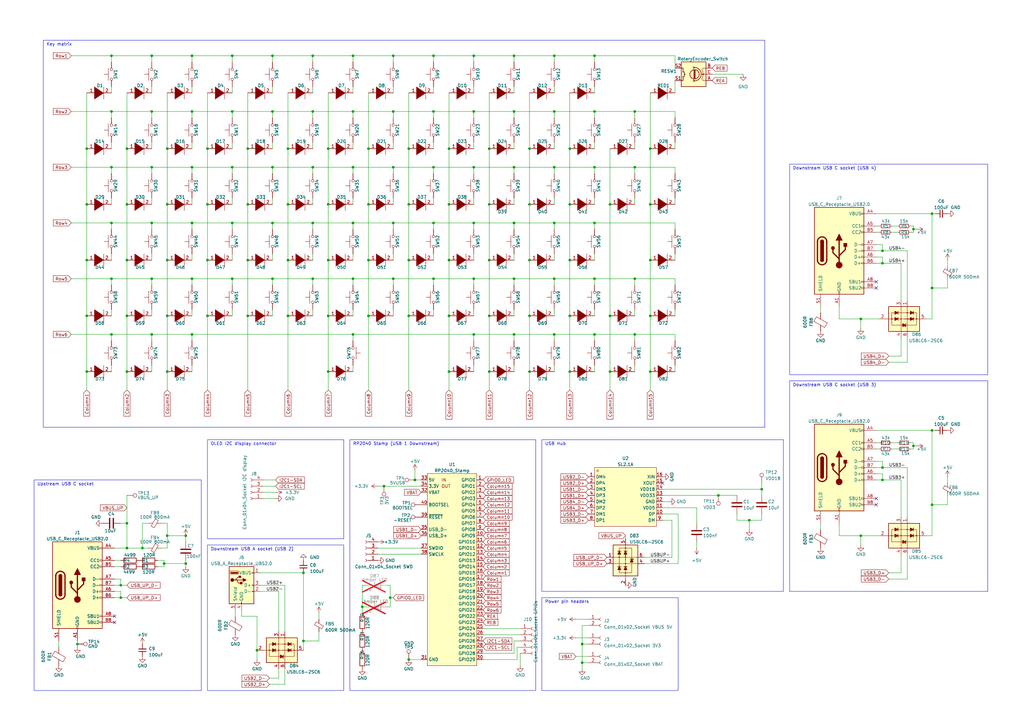
<source format=kicad_sch>
(kicad_sch (version 20230121) (generator eeschema)
  (paper "A3")
  (title_block (title "Quanta Keyboard Schematic (RP2040 Stamp JLCPCBA)") (date "2023-06-11") (rev "4.2") (company "0bsilab") (comment 1 "by Lucas Placentino") (comment 2 "Version with RP2040 Stamp microntroller from Solder Party") (comment 3 "Optimized for JLCPBC assembly service"))
  (junction (at 95.25 68.58))
  (junction (at 382.27 87.63))
  (junction (at 161.29 22.86))
  (junction (at 227.33 137.16))
  (junction (at 78.74 137.16))
  (junction (at 151.13 60.96))
  (junction (at 45.72 114.3))
  (junction (at 68.58 219.71))
  (junction (at 266.7 83.82))
  (junction (at 62.23 91.44))
  (junction (at 233.68 152.4))
  (junction (at 62.23 114.3))
  (junction (at 68.58 83.82))
  (junction (at 134.62 83.82))
  (junction (at 45.72 137.16))
  (junction (at 78.74 45.72))
  (junction (at 31.75 264.16))
  (junction (at 62.23 22.86))
  (junction (at 210.82 137.16))
  (junction (at 200.66 83.82))
  (junction (at 161.29 91.44))
  (junction (at 68.58 60.96))
  (junction (at 210.82 68.58))
  (junction (at 95.25 114.3))
  (junction (at 184.15 83.82))
  (junction (at 85.09 106.68))
  (junction (at 382.27 118.11))
  (junction (at 361.95 107.95))
  (junction (at 374.65 93.98))
  (junction (at 111.76 91.44))
  (junction (at 76.2 231.14))
  (junction (at 217.17 152.4))
  (junction (at 161.29 68.58))
  (junction (at 105.41 266.7))
  (junction (at 144.78 114.3))
  (junction (at 361.95 196.85))
  (junction (at 128.27 91.44))
  (junction (at 111.76 45.72))
  (junction (at 243.84 22.86))
  (junction (at 200.66 60.96))
  (junction (at 194.31 91.44))
  (junction (at 382.27 207.01))
  (junction (at 128.27 68.58))
  (junction (at 95.25 91.44))
  (junction (at 243.84 91.44))
  (junction (at 250.19 129.54))
  (junction (at 177.8 114.3))
  (junction (at 266.7 129.54))
  (junction (at 144.78 45.72))
  (junction (at 161.29 114.3))
  (junction (at 52.07 214.63))
  (junction (at 184.15 129.54))
  (junction (at 194.31 114.3))
  (junction (at 35.56 129.54))
  (junction (at 101.6 83.82))
  (junction (at 118.11 106.68))
  (junction (at 111.76 114.3))
  (junction (at 184.15 60.96))
  (junction (at 68.58 129.54))
  (junction (at 111.76 68.58))
  (junction (at 217.17 60.96))
  (junction (at 238.76 271.78))
  (junction (at 68.58 106.68))
  (junction (at 45.72 68.58))
  (junction (at 62.23 45.72))
  (junction (at 101.6 129.54))
  (junction (at 194.31 22.86))
  (junction (at 52.07 152.4))
  (junction (at 157.48 199.39))
  (junction (at 134.62 152.4))
  (junction (at 160.02 245.11))
  (junction (at 361.95 191.77))
  (junction (at 128.27 22.86))
  (junction (at 250.19 152.4))
  (junction (at 45.72 91.44))
  (junction (at 78.74 114.3))
  (junction (at 52.07 224.79))
  (junction (at 233.68 129.54))
  (junction (at 144.78 137.16))
  (junction (at 227.33 114.3))
  (junction (at 184.15 106.68))
  (junction (at 134.62 129.54))
  (junction (at 128.27 114.3))
  (junction (at 144.78 68.58))
  (junction (at 52.07 83.82))
  (junction (at 167.64 83.82))
  (junction (at 49.53 240.03))
  (junction (at 161.29 45.72))
  (junction (at 101.6 106.68))
  (junction (at 177.8 68.58))
  (junction (at 260.35 45.72))
  (junction (at 260.35 68.58))
  (junction (at 243.84 45.72))
  (junction (at 167.64 60.96))
  (junction (at 101.6 60.96))
  (junction (at 233.68 60.96))
  (junction (at 307.34 213.36))
  (junction (at 194.31 68.58))
  (junction (at 266.7 60.96))
  (junction (at 118.11 60.96))
  (junction (at 128.27 45.72))
  (junction (at 35.56 106.68))
  (junction (at 210.82 91.44))
  (junction (at 238.76 264.16))
  (junction (at 124.46 262.89))
  (junction (at 45.72 45.72))
  (junction (at 177.8 91.44))
  (junction (at 35.56 83.82))
  (junction (at 167.64 106.68))
  (junction (at 361.95 102.87))
  (junction (at 243.84 137.16))
  (junction (at 227.33 68.58))
  (junction (at 52.07 106.68))
  (junction (at 35.56 60.96))
  (junction (at 243.84 68.58))
  (junction (at 167.64 270.51))
  (junction (at 68.58 152.4))
  (junction (at 227.33 91.44))
  (junction (at 353.06 130.81))
  (junction (at 200.66 106.68))
  (junction (at 260.35 114.3))
  (junction (at 118.11 83.82))
  (junction (at 52.07 60.96))
  (junction (at 167.64 129.54))
  (junction (at 177.8 22.86))
  (junction (at 200.66 129.54))
  (junction (at 266.7 106.68))
  (junction (at 250.19 83.82))
  (junction (at 76.2 219.71))
  (junction (at 49.53 245.11))
  (junction (at 233.68 83.82))
  (junction (at 148.59 248.92))
  (junction (at 374.65 182.88))
  (junction (at 194.31 45.72))
  (junction (at 78.74 68.58))
  (junction (at 58.42 224.79))
  (junction (at 134.62 106.68))
  (junction (at 210.82 22.86))
  (junction (at 85.09 60.96))
  (junction (at 227.33 45.72))
  (junction (at 62.23 137.16))
  (junction (at 260.35 137.16))
  (junction (at 217.17 106.68))
  (junction (at 144.78 91.44))
  (junction (at 118.11 129.54))
  (junction (at 151.13 106.68))
  (junction (at 266.7 152.4))
  (junction (at 111.76 22.86))
  (junction (at 217.17 83.82))
  (junction (at 124.46 234.95))
  (junction (at 78.74 22.86))
  (junction (at 35.56 152.4))
  (junction (at 210.82 114.3))
  (junction (at 194.31 137.16))
  (junction (at 144.78 22.86))
  (junction (at 243.84 114.3))
  (junction (at 62.23 68.58))
  (junction (at 151.13 83.82))
  (junction (at 184.15 152.4))
  (junction (at 200.66 152.4))
  (junction (at 170.18 196.85))
  (junction (at 210.82 45.72))
  (junction (at 45.72 22.86))
  (junction (at 78.74 91.44))
  (junction (at 67.31 231.14))
  (junction (at 227.33 22.86))
  (junction (at 294.64 203.2))
  (junction (at 85.09 129.54))
  (junction (at 233.68 106.68))
  (junction (at 134.62 60.96))
  (junction (at 52.07 129.54))
  (junction (at 151.13 129.54))
  (junction (at 177.8 45.72))
  (junction (at 382.27 176.53))
  (junction (at 95.25 22.86))
  (junction (at 353.06 219.71))
  (junction (at 95.25 45.72))
  (junction (at 312.42 200.66))
  (junction (at 85.09 83.82))
  (junction (at 217.17 129.54))
  (no_connect (at 359.41 118.11))
  (no_connect (at 271.78 198.12))
  (no_connect (at 359.41 207.01))
  (no_connect (at 359.41 204.47))
  (no_connect (at 46.99 252.73))
  (no_connect (at 46.99 255.27))
  (no_connect (at 359.41 115.57))
  (wire (pts (xy 372.11 148.59) (xy 372.11 138.43)))
  (wire (pts (xy 161.29 114.3) (xy 161.29 116.84)))
  (wire (pts (xy 210.82 137.16) (xy 227.33 137.16)))
  (wire (pts (xy 45.72 137.16) (xy 45.72 139.7)))
  (wire (pts (xy 134.62 60.96) (xy 134.62 83.82)))
  (wire (pts (xy 210.82 149.86) (xy 210.82 152.4)))
  (wire (pts (xy 111.76 35.56) (xy 111.76 38.1)))
  (wire (pts (xy 29.21 22.86) (xy 45.72 22.86)))
  (wire (pts (xy 264.16 228.6) (xy 275.59 228.6)))
  (wire (pts (xy 266.7 106.68) (xy 266.7 129.54)))
  (wire (pts (xy 243.84 22.86) (xy 243.84 25.4)))
  (wire (pts (xy 154.94 227.33) (xy 172.72 227.33)))
  (wire (pts (xy 373.38 181.61) (xy 374.65 181.61)))
  (wire (pts (xy 336.55 217.17) (xy 336.55 214.63)))
  (wire (pts (xy 217.17 152.4) (xy 217.17 160.02)))
  (wire (pts (xy 52.07 152.4) (xy 52.07 160.02)))
  (wire (pts (xy 382.27 118.11) (xy 388.62 118.11)))
  (wire (pts (xy 271.78 205.74) (xy 274.32 205.74)))
  (wire (pts (xy 243.84 127) (xy 243.84 129.54)))
  (wire (pts (xy 35.56 83.82) (xy 35.56 106.68)))
  (wire (pts (xy 105.41 252.73) (xy 105.41 266.7)))
  (wire (pts (xy 194.31 22.86) (xy 210.82 22.86)))
  (wire (pts (xy 200.66 129.54) (xy 200.66 152.4)))
  (wire (pts (xy 243.84 81.28) (xy 243.84 83.82)))
  (wire (pts (xy 243.84 91.44) (xy 243.84 93.98)))
  (wire (pts (xy 210.82 68.58) (xy 210.82 71.12)))
  (wire (pts (xy 374.65 95.25) (xy 374.65 93.98)))
  (wire (pts (xy 113.03 201.93) (xy 107.95 201.93)))
  (wire (pts (xy 144.78 22.86) (xy 161.29 22.86)))
  (wire (pts (xy 198.12 267.97) (xy 210.82 267.97)))
  (wire (pts (xy 227.33 114.3) (xy 227.33 116.84)))
  (wire (pts (xy 210.82 114.3) (xy 227.33 114.3)))
  (wire (pts (xy 111.76 68.58) (xy 128.27 68.58)))
  (wire (pts (xy 382.27 130.81) (xy 382.27 118.11)))
  (wire (pts (xy 62.23 137.16) (xy 78.74 137.16)))
  (wire (pts (xy 238.76 256.54) (xy 238.76 264.16)))
  (wire (pts (xy 184.15 38.1) (xy 184.15 60.96)))
  (wire (pts (xy 302.26 203.2) (xy 294.64 203.2)))
  (wire (pts (xy 217.17 60.96) (xy 217.17 83.82)))
  (wire (pts (xy 266.7 129.54) (xy 266.7 152.4)))
  (wire (pts (xy 144.78 58.42) (xy 144.78 60.96)))
  (wire (pts (xy 144.78 91.44) (xy 144.78 93.98)))
  (wire (pts (xy 227.33 81.28) (xy 227.33 83.82)))
  (wire (pts (xy 374.65 182.88) (xy 375.92 182.88)))
  (wire (pts (xy 388.62 195.58) (xy 388.62 198.12)))
  (wire (pts (xy 243.84 137.16) (xy 243.84 139.7)))
  (wire (pts (xy 227.33 137.16) (xy 227.33 139.7)))
  (wire (pts (xy 96.52 252.73) (xy 96.52 250.19)))
  (wire (pts (xy 307.34 213.36) (xy 312.42 213.36)))
  (wire (pts (xy 68.58 214.63) (xy 68.58 219.71)))
  (wire (pts (xy 243.84 137.16) (xy 260.35 137.16)))
  (wire (pts (xy 359.41 176.53) (xy 382.27 176.53)))
  (wire (pts (xy 124.46 262.89) (xy 130.81 262.89)))
  (wire (pts (xy 154.94 199.39) (xy 157.48 199.39)))
  (wire (pts (xy 161.29 114.3) (xy 177.8 114.3)))
  (wire (pts (xy 360.68 181.61) (xy 359.41 181.61)))
  (wire (pts (xy 95.25 114.3) (xy 111.76 114.3)))
  (wire (pts (xy 111.76 91.44) (xy 111.76 93.98)))
  (wire (pts (xy 382.27 219.71) (xy 382.27 207.01)))
  (wire (pts (xy 361.95 100.33) (xy 361.95 102.87)))
  (wire (pts (xy 78.74 22.86) (xy 95.25 22.86)))
  (wire (pts (xy 45.72 149.86) (xy 45.72 152.4)))
  (wire (pts (xy 227.33 68.58) (xy 227.33 71.12)))
  (wire (pts (xy 144.78 91.44) (xy 161.29 91.44)))
  (wire (pts (xy 210.82 58.42) (xy 210.82 60.96)))
  (wire (pts (xy 111.76 114.3) (xy 111.76 116.84)))
  (wire (pts (xy 353.06 219.71) (xy 353.06 223.52)))
  (wire (pts (xy 383.54 87.63) (xy 382.27 87.63)))
  (wire (pts (xy 194.31 45.72) (xy 210.82 45.72)))
  (wire (pts (xy 160.02 240.03) (xy 160.02 245.11)))
  (wire (pts (xy 78.74 127) (xy 78.74 129.54)))
  (wire (pts (xy 151.13 129.54) (xy 151.13 160.02)))
  (wire (pts (xy 31.75 264.16) (xy 31.75 262.89)))
  (wire (pts (xy 46.99 224.79) (xy 52.07 224.79)))
  (wire (pts (xy 194.31 114.3) (xy 210.82 114.3)))
  (wire (pts (xy 101.6 60.96) (xy 101.6 83.82)))
  (wire (pts (xy 66.04 224.79) (xy 68.58 224.79)))
  (wire (pts (xy 276.86 137.16) (xy 276.86 139.7)))
  (wire (pts (xy 382.27 207.01) (xy 382.27 176.53)))
  (wire (pts (xy 194.31 91.44) (xy 210.82 91.44)))
  (wire (pts (xy 161.29 35.56) (xy 161.29 38.1)))
  (wire (pts (xy 118.11 106.68) (xy 118.11 129.54)))
  (wire (pts (xy 353.06 219.71) (xy 360.68 219.71)))
  (wire (pts (xy 194.31 137.16) (xy 194.31 139.7)))
  (wire (pts (xy 184.15 152.4) (xy 184.15 160.02)))
  (wire (pts (xy 369.57 234.95) (xy 369.57 227.33)))
  (wire (pts (xy 388.62 106.68) (xy 388.62 109.22)))
  (wire (pts (xy 260.35 68.58) (xy 260.35 71.12)))
  (wire (pts (xy 95.25 45.72) (xy 111.76 45.72)))
  (wire (pts (xy 260.35 68.58) (xy 276.86 68.58)))
  (wire (pts (xy 154.94 224.79) (xy 172.72 224.79)))
  (wire (pts (xy 372.11 123.19) (xy 372.11 102.87)))
  (wire (pts (xy 210.82 91.44) (xy 210.82 93.98)))
  (wire (pts (xy 148.59 248.92) (xy 148.59 240.03)))
  (wire (pts (xy 260.35 137.16) (xy 260.35 139.7)))
  (wire (pts (xy 95.25 114.3) (xy 95.25 116.84)))
  (wire (pts (xy 364.49 146.05) (xy 369.57 146.05)))
  (wire (pts (xy 148.59 251.46) (xy 148.59 248.92)))
  (wire (pts (xy 364.49 234.95) (xy 369.57 234.95)))
  (wire (pts (xy 95.25 35.56) (xy 95.25 38.1)))
  (wire (pts (xy 144.78 114.3) (xy 161.29 114.3)))
  (wire (pts (xy 210.82 114.3) (xy 210.82 116.84)))
  (wire (pts (xy 365.76 92.71) (xy 368.3 92.71)))
  (wire (pts (xy 124.46 234.95) (xy 124.46 262.89)))
  (wire (pts (xy 76.2 231.14) (xy 76.2 232.41)))
  (wire (pts (xy 45.72 35.56) (xy 45.72 38.1)))
  (wire (pts (xy 194.31 22.86) (xy 194.31 25.4)))
  (wire (pts (xy 68.58 214.63) (xy 66.04 214.63)))
  (wire (pts (xy 227.33 58.42) (xy 227.33 60.96)))
  (wire (pts (xy 184.15 129.54) (xy 184.15 152.4)))
  (wire (pts (xy 276.86 104.14) (xy 276.86 106.68)))
  (wire (pts (xy 227.33 22.86) (xy 243.84 22.86)))
  (wire (pts (xy 233.68 152.4) (xy 233.68 160.02)))
  (wire (pts (xy 45.72 114.3) (xy 62.23 114.3)))
  (wire (pts (xy 78.74 22.86) (xy 78.74 25.4)))
  (wire (pts (xy 302.26 213.36) (xy 307.34 213.36)))
  (wire (pts (xy 177.8 45.72) (xy 194.31 45.72)))
  (wire (pts (xy 275.59 213.36) (xy 271.78 213.36)))
  (wire (pts (xy 128.27 22.86) (xy 144.78 22.86)))
  (wire (pts (xy 344.17 219.71) (xy 344.17 214.63)))
  (wire (pts (xy 161.29 58.42) (xy 161.29 60.96)))
  (wire (pts (xy 111.76 91.44) (xy 128.27 91.44)))
  (wire (pts (xy 194.31 68.58) (xy 194.31 71.12)))
  (wire (pts (xy 118.11 38.1) (xy 118.11 60.96)))
  (wire (pts (xy 116.84 240.03) (xy 106.68 240.03)))
  (wire (pts (xy 46.99 242.57) (xy 49.53 242.57)))
  (wire (pts (xy 170.18 193.04) (xy 170.18 196.85)))
  (wire (pts (xy 46.99 240.03) (xy 49.53 240.03)))
  (wire (pts (xy 260.35 58.42) (xy 260.35 60.96)))
  (wire (pts (xy 130.81 251.46) (xy 130.81 254)))
  (wire (pts (xy 217.17 129.54) (xy 217.17 152.4)))
  (wire (pts (xy 52.07 83.82) (xy 52.07 106.68)))
  (wire (pts (xy 161.29 245.11) (xy 160.02 245.11)))
  (wire (pts (xy 243.84 104.14) (xy 243.84 106.68)))
  (wire (pts (xy 45.72 58.42) (xy 45.72 60.96)))
  (wire (pts (xy 167.64 60.96) (xy 167.64 83.82)))
  (wire (pts (xy 227.33 22.86) (xy 227.33 25.4)))
  (wire (pts (xy 361.95 107.95) (xy 369.57 107.95)))
  (wire (pts (xy 76.2 219.71) (xy 76.2 222.25)))
  (wire (pts (xy 382.27 219.71) (xy 379.73 219.71)))
  (wire (pts (xy 184.15 83.82) (xy 184.15 106.68)))
  (wire (pts (xy 276.86 91.44) (xy 276.86 93.98)))
  (wire (pts (xy 276.86 58.42) (xy 276.86 60.96)))
  (wire (pts (xy 134.62 152.4) (xy 134.62 160.02)))
  (wire (pts (xy 45.72 45.72) (xy 62.23 45.72)))
  (wire (pts (xy 260.35 127) (xy 260.35 129.54)))
  (wire (pts (xy 213.36 262.89) (xy 210.82 262.89)))
  (wire (pts (xy 369.57 146.05) (xy 369.57 138.43)))
  (wire (pts (xy 62.23 68.58) (xy 62.23 71.12)))
  (wire (pts (xy 210.82 81.28) (xy 210.82 83.82)))
  (wire (pts (xy 198.12 257.81) (xy 213.36 257.81)))
  (wire (pts (xy 114.3 259.08) (xy 114.3 242.57)))
  (wire (pts (xy 233.68 106.68) (xy 233.68 129.54)))
  (wire (pts (xy 200.66 106.68) (xy 200.66 129.54)))
  (wire (pts (xy 374.65 93.98) (xy 374.65 92.71)))
  (wire (pts (xy 161.29 91.44) (xy 177.8 91.44)))
  (wire (pts (xy 359.41 194.31) (xy 361.95 194.31)))
  (wire (pts (xy 52.07 106.68) (xy 52.07 129.54)))
  (wire (pts (xy 58.42 214.63) (xy 58.42 224.79)))
  (wire (pts (xy 78.74 68.58) (xy 95.25 68.58)))
  (wire (pts (xy 134.62 106.68) (xy 134.62 129.54)))
  (wire (pts (xy 374.65 182.88) (xy 374.65 181.61)))
  (wire (pts (xy 101.6 38.1) (xy 101.6 60.96)))
  (wire (pts (xy 177.8 114.3) (xy 177.8 116.84)))
  (wire (pts (xy 95.25 68.58) (xy 111.76 68.58)))
  (wire (pts (xy 194.31 149.86) (xy 194.31 152.4)))
  (wire (pts (xy 62.23 114.3) (xy 62.23 116.84)))
  (wire (pts (xy 49.53 237.49) (xy 49.53 240.03)))
  (wire (pts (xy 243.84 114.3) (xy 243.84 116.84)))
  (wire (pts (xy 144.78 45.72) (xy 144.78 48.26)))
  (wire (pts (xy 78.74 91.44) (xy 78.74 93.98)))
  (wire (pts (xy 124.46 266.7) (xy 124.46 262.89)))
  (wire (pts (xy 151.13 60.96) (xy 151.13 83.82)))
  (wire (pts (xy 227.33 91.44) (xy 227.33 93.98)))
  (wire (pts (xy 52.07 60.96) (xy 52.07 83.82)))
  (wire (pts (xy 31.75 265.43) (xy 31.75 264.16)))
  (wire (pts (xy 360.68 95.25) (xy 359.41 95.25)))
  (wire (pts (xy 85.09 129.54) (xy 85.09 160.02)))
  (wire (pts (xy 177.8 68.58) (xy 177.8 71.12)))
  (wire (pts (xy 58.42 224.79) (xy 60.96 224.79)))
  (wire (pts (xy 227.33 91.44) (xy 243.84 91.44)))
  (wire (pts (xy 95.25 81.28) (xy 95.25 83.82)))
  (wire (pts (xy 148.59 240.03) (xy 151.13 240.03)))
  (wire (pts (xy 227.33 127) (xy 227.33 129.54)))
  (wire (pts (xy 46.99 237.49) (xy 49.53 237.49)))
  (wire (pts (xy 243.84 68.58) (xy 243.84 71.12)))
  (wire (pts (xy 302.26 210.82) (xy 302.26 213.36)))
  (wire (pts (xy 161.29 104.14) (xy 161.29 106.68)))
  (wire (pts (xy 177.8 81.28) (xy 177.8 83.82)))
  (wire (pts (xy 271.78 200.66) (xy 312.42 200.66)))
  (wire (pts (xy 52.07 129.54) (xy 52.07 152.4)))
  (wire (pts (xy 95.25 22.86) (xy 95.25 25.4)))
  (wire (pts (xy 52.07 38.1) (xy 52.07 60.96)))
  (wire (pts (xy 382.27 130.81) (xy 379.73 130.81)))
  (wire (pts (xy 361.95 102.87) (xy 372.11 102.87)))
  (wire (pts (xy 243.84 45.72) (xy 260.35 45.72)))
  (wire (pts (xy 210.82 127) (xy 210.82 129.54)))
  (wire (pts (xy 227.33 45.72) (xy 243.84 45.72)))
  (wire (pts (xy 68.58 60.96) (xy 68.58 83.82)))
  (wire (pts (xy 361.95 105.41) (xy 361.95 107.95)))
  (wire (pts (xy 78.74 149.86) (xy 78.74 152.4)))
  (wire (pts (xy 118.11 129.54) (xy 118.11 160.02)))
  (wire (pts (xy 67.31 231.14) (xy 76.2 231.14)))
  (wire (pts (xy 177.8 104.14) (xy 177.8 106.68)))
  (wire (pts (xy 49.53 240.03) (xy 52.07 240.03)))
  (wire (pts (xy 134.62 83.82) (xy 134.62 106.68)))
  (wire (pts (xy 111.76 45.72) (xy 128.27 45.72)))
  (wire (pts (xy 361.95 191.77) (xy 372.11 191.77)))
  (wire (pts (xy 68.58 129.54) (xy 68.58 152.4)))
  (wire (pts (xy 359.41 191.77) (xy 361.95 191.77)))
  (wire (pts (xy 236.22 269.24) (xy 241.3 269.24)))
  (wire (pts (xy 68.58 152.4) (xy 68.58 160.02)))
  (wire (pts (xy 177.8 68.58) (xy 194.31 68.58)))
  (wire (pts (xy 161.29 91.44) (xy 161.29 93.98)))
  (wire (pts (xy 360.68 184.15) (xy 359.41 184.15)))
  (wire (pts (xy 238.76 264.16) (xy 241.3 264.16)))
  (wire (pts (xy 113.03 199.39) (xy 107.95 199.39)))
  (wire (pts (xy 151.13 106.68) (xy 151.13 129.54)))
  (wire (pts (xy 29.21 45.72) (xy 45.72 45.72)))
  (wire (pts (xy 118.11 83.82) (xy 118.11 106.68)))
  (wire (pts (xy 236.22 254) (xy 241.3 254)))
  (wire (pts (xy 113.03 196.85) (xy 107.95 196.85)))
  (wire (pts (xy 161.29 22.86) (xy 177.8 22.86)))
  (wire (pts (xy 67.31 232.41) (xy 67.31 231.14)))
  (wire (pts (xy 45.72 45.72) (xy 45.72 48.26)))
  (wire (pts (xy 144.78 68.58) (xy 144.78 71.12)))
  (wire (pts (xy 161.29 127) (xy 161.29 129.54)))
  (wire (pts (xy 144.78 68.58) (xy 161.29 68.58)))
  (wire (pts (xy 68.58 219.71) (xy 76.2 219.71)))
  (wire (pts (xy 344.17 219.71) (xy 353.06 219.71)))
  (wire (pts (xy 128.27 91.44) (xy 128.27 93.98)))
  (wire (pts (xy 52.07 224.79) (xy 58.42 224.79)))
  (wire (pts (xy 266.7 60.96) (xy 266.7 83.82)))
  (wire (pts (xy 144.78 149.86) (xy 144.78 152.4)))
  (wire (pts (xy 368.3 95.25) (xy 365.76 95.25)))
  (wire (pts (xy 210.82 137.16) (xy 210.82 139.7)))
  (wire (pts (xy 210.82 45.72) (xy 210.82 48.26)))
  (wire (pts (xy 276.86 22.86) (xy 276.86 27.94)))
  (wire (pts (xy 276.86 127) (xy 276.86 129.54)))
  (wire (pts (xy 177.8 35.56) (xy 177.8 38.1)))
  (wire (pts (xy 45.72 68.58) (xy 45.72 71.12)))
  (wire (pts (xy 167.64 106.68) (xy 167.64 129.54)))
  (wire (pts (xy 359.41 100.33) (xy 361.95 100.33)))
  (wire (pts (xy 292.1 30.48) (xy 304.8 30.48)))
  (wire (pts (xy 227.33 104.14) (xy 227.33 106.68)))
  (wire (pts (xy 285.75 214.63) (xy 285.75 208.28)))
  (wire (pts (xy 383.54 176.53) (xy 382.27 176.53)))
  (wire (pts (xy 62.23 58.42) (xy 62.23 60.96)))
  (wire (pts (xy 130.81 259.08) (xy 130.81 262.89)))
  (wire (pts (xy 62.23 91.44) (xy 62.23 93.98)))
  (wire (pts (xy 161.29 68.58) (xy 161.29 71.12)))
  (wire (pts (xy 111.76 58.42) (xy 111.76 60.96)))
  (wire (pts (xy 227.33 137.16) (xy 243.84 137.16)))
  (wire (pts (xy 62.23 45.72) (xy 78.74 45.72)))
  (wire (pts (xy 148.59 248.92) (xy 151.13 248.92)))
  (wire (pts (xy 177.8 91.44) (xy 194.31 91.44)))
  (wire (pts (xy 99.06 252.73) (xy 99.06 250.19)))
  (wire (pts (xy 95.25 91.44) (xy 95.25 93.98)))
  (wire (pts (xy 128.27 58.42) (xy 128.27 60.96)))
  (wire (pts (xy 62.23 91.44) (xy 78.74 91.44)))
  (wire (pts (xy 110.49 280.67) (xy 116.84 280.67)))
  (wire (pts (xy 67.31 229.87) (xy 64.77 229.87)))
  (wire (pts (xy 210.82 68.58) (xy 227.33 68.58)))
  (wire (pts (xy 78.74 114.3) (xy 95.25 114.3)))
  (wire (pts (xy 373.38 184.15) (xy 374.65 184.15)))
  (wire (pts (xy 68.58 219.71) (xy 68.58 224.79)))
  (wire (pts (xy 101.6 83.82) (xy 101.6 106.68)))
  (wire (pts (xy 160.02 240.03) (xy 158.75 240.03)))
  (wire (pts (xy 114.3 242.57) (xy 106.68 242.57)))
  (wire (pts (xy 260.35 137.16) (xy 276.86 137.16)))
  (wire (pts (xy 372.11 237.49) (xy 372.11 227.33)))
  (wire (pts (xy 200.66 60.96) (xy 200.66 83.82)))
  (wire (pts (xy 266.7 152.4) (xy 266.7 160.02)))
  (wire (pts (xy 105.41 266.7) (xy 105.41 270.51)))
  (wire (pts (xy 78.74 35.56) (xy 78.74 38.1)))
  (wire (pts (xy 78.74 114.3) (xy 78.74 116.84)))
  (wire (pts (xy 241.3 256.54) (xy 238.76 256.54)))
  (wire (pts (xy 95.25 91.44) (xy 111.76 91.44)))
  (wire (pts (xy 113.03 204.47) (xy 107.95 204.47)))
  (wire (pts (xy 177.8 91.44) (xy 177.8 93.98)))
  (wire (pts (xy 210.82 35.56) (xy 210.82 38.1)))
  (wire (pts (xy 359.41 189.23) (xy 361.95 189.23)))
  (wire (pts (xy 276.86 45.72) (xy 276.86 48.26)))
  (wire (pts (xy 374.65 184.15) (xy 374.65 182.88)))
  (wire (pts (xy 336.55 128.27) (xy 336.55 125.73)))
  (wire (pts (xy 45.72 68.58) (xy 62.23 68.58)))
  (wire (pts (xy 167.64 38.1) (xy 167.64 60.96)))
  (wire (pts (xy 158.75 248.92) (xy 160.02 248.92)))
  (wire (pts (xy 264.16 231.14) (xy 278.13 231.14)))
  (wire (pts (xy 128.27 91.44) (xy 144.78 91.44)))
  (wire (pts (xy 382.27 207.01) (xy 388.62 207.01)))
  (wire (pts (xy 373.38 95.25) (xy 374.65 95.25)))
  (wire (pts (xy 85.09 60.96) (xy 85.09 83.82)))
  (wire (pts (xy 243.84 45.72) (xy 243.84 48.26)))
  (wire (pts (xy 198.12 260.35) (xy 213.36 260.35)))
  (wire (pts (xy 388.62 114.3) (xy 388.62 118.11)))
  (wire (pts (xy 243.84 149.86) (xy 243.84 152.4)))
  (wire (pts (xy 78.74 137.16) (xy 144.78 137.16)))
  (wire (pts (xy 128.27 104.14) (xy 128.27 106.68)))
  (wire (pts (xy 250.19 129.54) (xy 250.19 152.4)))
  (wire (pts (xy 49.53 242.57) (xy 49.53 245.11)))
  (wire (pts (xy 233.68 83.82) (xy 233.68 106.68)))
  (wire (pts (xy 271.78 203.2) (xy 294.64 203.2)))
  (wire (pts (xy 78.74 45.72) (xy 78.74 48.26)))
  (wire (pts (xy 151.13 83.82) (xy 151.13 106.68)))
  (wire (pts (xy 170.18 196.85) (xy 172.72 196.85)))
  (wire (pts (xy 128.27 127) (xy 128.27 129.54)))
  (wire (pts (xy 359.41 196.85) (xy 361.95 196.85)))
  (wire (pts (xy 45.72 91.44) (xy 45.72 93.98)))
  (wire (pts (xy 52.07 214.63) (xy 52.07 224.79)))
  (wire (pts (xy 243.84 35.56) (xy 243.84 38.1)))
  (wire (pts (xy 111.76 22.86) (xy 128.27 22.86)))
  (wire (pts (xy 210.82 91.44) (xy 227.33 91.44)))
  (wire (pts (xy 157.48 199.39) (xy 172.72 199.39)))
  (wire (pts (xy 67.31 231.14) (xy 67.31 229.87)))
  (wire (pts (xy 210.82 45.72) (xy 227.33 45.72)))
  (wire (pts (xy 111.76 68.58) (xy 111.76 71.12)))
  (wire (pts (xy 144.78 137.16) (xy 194.31 137.16)))
  (wire (pts (xy 312.42 210.82) (xy 312.42 213.36)))
  (wire (pts (xy 58.42 214.63) (xy 60.96 214.63)))
  (wire (pts (xy 111.76 114.3) (xy 128.27 114.3)))
  (wire (pts (xy 78.74 58.42) (xy 78.74 60.96)))
  (wire (pts (xy 49.53 245.11) (xy 52.07 245.11)))
  (wire (pts (xy 151.13 38.1) (xy 151.13 60.96)))
  (wire (pts (xy 210.82 22.86) (xy 210.82 25.4)))
  (wire (pts (xy 194.31 58.42) (xy 194.31 60.96)))
  (wire (pts (xy 213.36 267.97) (xy 213.36 273.05)))
  (wire (pts (xy 78.74 104.14) (xy 78.74 106.68)))
  (wire (pts (xy 144.78 114.3) (xy 144.78 116.84)))
  (wire (pts (xy 128.27 68.58) (xy 128.27 71.12)))
  (wire (pts (xy 233.68 60.96) (xy 233.68 83.82)))
  (wire (pts (xy 128.27 114.3) (xy 144.78 114.3)))
  (wire (pts (xy 144.78 81.28) (xy 144.78 83.82)))
  (wire (pts (xy 95.25 104.14) (xy 95.25 106.68)))
  (wire (pts (xy 46.99 245.11) (xy 49.53 245.11)))
  (wire (pts (xy 111.76 45.72) (xy 111.76 48.26)))
  (wire (pts (xy 353.06 130.81) (xy 353.06 134.62)))
  (wire (pts (xy 45.72 137.16) (xy 62.23 137.16)))
  (wire (pts (xy 78.74 68.58) (xy 78.74 71.12)))
  (wire (pts (xy 85.09 38.1) (xy 85.09 60.96)))
  (wire (pts (xy 95.25 22.86) (xy 111.76 22.86)))
  (wire (pts (xy 359.41 102.87) (xy 361.95 102.87)))
  (wire (pts (xy 29.21 137.16) (xy 45.72 137.16)))
  (wire (pts (xy 217.17 83.82) (xy 217.17 106.68)))
  (wire (pts (xy 35.56 60.96) (xy 35.56 83.82)))
  (wire (pts (xy 95.25 68.58) (xy 95.25 71.12)))
  (wire (pts (xy 243.84 68.58) (xy 260.35 68.58)))
  (wire (pts (xy 212.09 270.51) (xy 198.12 270.51)))
  (wire (pts (xy 227.33 35.56) (xy 227.33 38.1)))
  (wire (pts (xy 45.72 91.44) (xy 62.23 91.44)))
  (wire (pts (xy 194.31 104.14) (xy 194.31 106.68)))
  (wire (pts (xy 369.57 212.09) (xy 369.57 196.85)))
  (wire (pts (xy 128.27 114.3) (xy 128.27 116.84)))
  (wire (pts (xy 278.13 231.14) (xy 278.13 210.82)))
  (wire (pts (xy 276.86 81.28) (xy 276.86 83.82)))
  (wire (pts (xy 35.56 152.4) (xy 35.56 160.02)))
  (wire (pts (xy 128.27 45.72) (xy 128.27 48.26)))
  (wire (pts (xy 95.25 45.72) (xy 95.25 48.26)))
  (wire (pts (xy 276.86 33.02) (xy 276.86 38.1)))
  (wire (pts (xy 116.84 259.08) (xy 116.84 240.03)))
  (wire (pts (xy 194.31 127) (xy 194.31 129.54)))
  (wire (pts (xy 184.15 106.68) (xy 184.15 129.54)))
  (wire (pts (xy 68.58 106.68) (xy 68.58 129.54)))
  (wire (pts (xy 256.54 219.71) (xy 256.54 220.98)))
  (wire (pts (xy 210.82 104.14) (xy 210.82 106.68)))
  (wire (pts (xy 161.29 68.58) (xy 177.8 68.58)))
  (wire (pts (xy 177.8 114.3) (xy 194.31 114.3)))
  (wire (pts (xy 238.76 271.78) (xy 238.76 274.32)))
  (wire (pts (xy 78.74 81.28) (xy 78.74 83.82)))
  (wire (pts (xy 210.82 262.89) (xy 210.82 267.97)))
  (wire (pts (xy 144.78 22.86) (xy 144.78 25.4)))
  (wire (pts (xy 361.95 194.31) (xy 361.95 196.85)))
  (wire (pts (xy 200.66 38.1) (xy 200.66 60.96)))
  (wire (pts (xy 285.75 222.25) (xy 285.75 224.79)))
  (wire (pts (xy 128.27 35.56) (xy 128.27 38.1)))
  (wire (pts (xy 236.22 261.62) (xy 241.3 261.62)))
  (wire (pts (xy 312.42 203.2) (xy 312.42 200.66)))
  (wire (pts (xy 76.2 229.87) (xy 76.2 231.14)))
  (wire (pts (xy 364.49 237.49) (xy 372.11 237.49)))
  (wire (pts (xy 365.76 181.61) (xy 368.3 181.61)))
  (wire (pts (xy 45.72 114.3) (xy 45.72 116.84)))
  (wire (pts (xy 227.33 114.3) (xy 243.84 114.3)))
  (wire (pts (xy 64.77 232.41) (xy 67.31 232.41)))
  (wire (pts (xy 194.31 45.72) (xy 194.31 48.26)))
  (wire (pts (xy 161.29 45.72) (xy 177.8 45.72)))
  (wire (pts (xy 111.76 127) (xy 111.76 129.54)))
  (wire (pts (xy 212.09 265.43) (xy 212.09 270.51)))
  (wire (pts (xy 243.84 58.42) (xy 243.84 60.96)))
  (wire (pts (xy 29.21 114.3) (xy 45.72 114.3)))
  (wire (pts (xy 243.84 22.86) (xy 276.86 22.86)))
  (wire (pts (xy 359.41 87.63) (xy 382.27 87.63)))
  (wire (pts (xy 200.66 83.82) (xy 200.66 106.68)))
  (wire (pts (xy 184.15 60.96) (xy 184.15 83.82)))
  (wire (pts (xy 275.59 228.6) (xy 275.59 213.36)))
  (wire (pts (xy 361.95 196.85) (xy 369.57 196.85)))
  (wire (pts (xy 62.23 22.86) (xy 62.23 25.4)))
  (wire (pts (xy 128.27 45.72) (xy 144.78 45.72)))
  (wire (pts (xy 134.62 129.54) (xy 134.62 152.4)))
  (wire (pts (xy 368.3 184.15) (xy 365.76 184.15)))
  (wire (pts (xy 260.35 114.3) (xy 260.35 116.84)))
  (wire (pts (xy 217.17 38.1) (xy 217.17 60.96)))
  (wire (pts (xy 372.11 212.09) (xy 372.11 191.77)))
  (wire (pts (xy 217.17 106.68) (xy 217.17 129.54)))
  (wire (pts (xy 45.72 22.86) (xy 62.23 22.86)))
  (wire (pts (xy 374.65 93.98) (xy 375.92 93.98)))
  (wire (pts (xy 194.31 35.56) (xy 194.31 38.1)))
  (wire (pts (xy 111.76 81.28) (xy 111.76 83.82)))
  (wire (pts (xy 134.62 38.1) (xy 134.62 60.96)))
  (wire (pts (xy 194.31 81.28) (xy 194.31 83.82)))
  (wire (pts (xy 194.31 91.44) (xy 194.31 93.98)))
  (wire (pts (xy 45.72 22.86) (xy 45.72 25.4)))
  (wire (pts (xy 35.56 38.1) (xy 35.56 60.96)))
  (wire (pts (xy 353.06 130.81) (xy 360.68 130.81)))
  (wire (pts (xy 62.23 68.58) (xy 78.74 68.58)))
  (wire (pts (xy 45.72 127) (xy 45.72 129.54)))
  (wire (pts (xy 177.8 22.86) (xy 177.8 25.4)))
  (wire (pts (xy 238.76 264.16) (xy 238.76 271.78)))
  (wire (pts (xy 68.58 83.82) (xy 68.58 106.68)))
  (wire (pts (xy 144.78 137.16) (xy 144.78 139.7)))
  (wire (pts (xy 160.02 245.11) (xy 160.02 248.92)))
  (wire (pts (xy 177.8 22.86) (xy 194.31 22.86)))
  (wire (pts (xy 29.21 91.44) (xy 45.72 91.44)))
  (wire (pts (xy 260.35 114.3) (xy 276.86 114.3)))
  (wire (pts (xy 49.53 229.87) (xy 46.99 229.87)))
  (wire (pts (xy 101.6 129.54) (xy 101.6 160.02)))
  (wire (pts (xy 62.23 45.72) (xy 62.23 48.26)))
  (wire (pts (xy 62.23 22.86) (xy 78.74 22.86)))
  (wire (pts (xy 210.82 22.86) (xy 227.33 22.86)))
  (wire (pts (xy 233.68 38.1) (xy 233.68 60.96)))
  (wire (pts (xy 260.35 45.72) (xy 260.35 48.26)))
  (wire (pts (xy 278.13 210.82) (xy 271.78 210.82)))
  (wire (pts (xy 78.74 91.44) (xy 95.25 91.44)))
  (wire (pts (xy 360.68 92.71) (xy 359.41 92.71)))
  (wire (pts (xy 101.6 106.68) (xy 101.6 129.54)))
  (wire (pts (xy 62.23 114.3) (xy 78.74 114.3)))
  (wire (pts (xy 200.66 152.4) (xy 200.66 160.02)))
  (wire (pts (xy 194.31 114.3) (xy 194.31 116.84)))
  (wire (pts (xy 52.07 214.63) (xy 49.53 214.63)))
  (wire (pts (xy 62.23 149.86) (xy 62.23 152.4)))
  (wire (pts (xy 369.57 123.19) (xy 369.57 107.95)))
  (wire (pts (xy 213.36 265.43) (xy 212.09 265.43)))
  (wire (pts (xy 364.49 148.59) (xy 372.11 148.59)))
  (wire (pts (xy 62.23 104.14) (xy 62.23 106.68)))
  (wire (pts (xy 276.86 68.58) (xy 276.86 71.12)))
  (wire (pts (xy 114.3 278.13) (xy 114.3 274.32)))
  (wire (pts (xy 110.49 278.13) (xy 114.3 278.13)))
  (wire (pts (xy 260.35 81.28) (xy 260.35 83.82)))
  (wire (pts (xy 266.7 83.82) (xy 266.7 106.68)))
  (wire (pts (xy 68.58 38.1) (xy 68.58 60.96)))
  (wire (pts (xy 49.53 232.41) (xy 46.99 232.41)))
  (wire (pts (xy 271.78 208.28) (xy 285.75 208.28)))
  (wire (pts (xy 227.33 149.86) (xy 227.33 152.4)))
  (wire (pts (xy 359.41 105.41) (xy 361.95 105.41)))
  (wire (pts (xy 45.72 104.14) (xy 45.72 106.68)))
  (wire (pts (xy 260.35 149.86) (xy 260.35 152.4)))
  (wire (pts (xy 260.35 45.72) (xy 276.86 45.72)))
  (wire (pts (xy 52.07 203.2) (xy 52.07 214.63)))
  (wire (pts (xy 161.29 45.72) (xy 161.29 48.26)))
  (wire (pts (xy 344.17 130.81) (xy 344.17 125.73)))
  (wire (pts (xy 62.23 137.16) (xy 62.23 139.7)))
  (wire (pts (xy 62.23 127) (xy 62.23 129.54)))
  (wire (pts (xy 78.74 45.72) (xy 95.25 45.72)))
  (wire (pts (xy 250.19 152.4) (xy 250.19 160.02)))
  (wire (pts (xy 227.33 68.58) (xy 243.84 68.58)))
  (wire (pts (xy 233.68 129.54) (xy 233.68 152.4)))
  (wire (pts (xy 144.78 35.56) (xy 144.78 38.1)))
  (wire (pts (xy 105.41 252.73) (xy 99.06 252.73)))
  (wire (pts (xy 144.78 45.72) (xy 161.29 45.72)))
  (wire (pts (xy 194.31 68.58) (xy 210.82 68.58)))
  (wire (pts (xy 250.19 83.82) (xy 250.19 129.54)))
  (wire (pts (xy 359.41 107.95) (xy 361.95 107.95)))
  (wire (pts (xy 177.8 45.72) (xy 177.8 48.26)))
  (wire (pts (xy 276.86 114.3) (xy 276.86 116.84)))
  (wire (pts (xy 29.21 68.58) (xy 45.72 68.58)))
  (wire (pts (xy 227.33 45.72) (xy 227.33 48.26)))
  (wire (pts (xy 85.09 106.68) (xy 85.09 129.54)))
  (wire (pts (xy 95.25 58.42) (xy 95.25 60.96)))
  (wire (pts (xy 312.42 198.12) (xy 312.42 200.66)))
  (wire (pts (xy 106.68 234.95) (xy 124.46 234.95)))
  (wire (pts (xy 266.7 38.1) (xy 266.7 60.96)))
  (wire (pts (xy 307.34 217.17) (xy 307.34 213.36)))
  (wire (pts (xy 167.64 83.82) (xy 167.64 106.68)))
  (wire (pts (xy 161.29 81.28) (xy 161.29 83.82)))
  (wire (pts (xy 194.31 137.16) (xy 210.82 137.16)))
  (wire (pts (xy 144.78 104.14) (xy 144.78 106.68)))
  (wire (pts (xy 243.84 114.3) (xy 260.35 114.3)))
  (wire (pts (xy 111.76 22.86) (xy 111.76 25.4)))
  (wire (pts (xy 177.8 58.42) (xy 177.8 60.96)))
  (wire (pts (xy 243.84 91.44) (xy 276.86 91.44)))
  (wire (pts (xy 62.23 35.56) (xy 62.23 38.1)))
  (wire (pts (xy 24.13 265.43) (xy 24.13 262.89)))
  (wire (pts (xy 111.76 104.14) (xy 111.76 106.68)))
  (wire (pts (xy 177.8 127) (xy 177.8 129.54)))
  (wire (pts (xy 128.27 68.58) (xy 144.78 68.58)))
  (wire (pts (xy 344.17 130.81) (xy 353.06 130.81)))
  (wire (pts (xy 118.11 60.96) (xy 118.11 83.82)))
  (wire (pts (xy 128.27 22.86) (xy 128.27 25.4)))
  (wire (pts (xy 85.09 83.82) (xy 85.09 106.68)))
  (wire (pts (xy 35.56 106.68) (xy 35.56 129.54)))
  (wire (pts (xy 62.23 81.28) (xy 62.23 83.82)))
  (wire (pts (xy 361.95 189.23) (xy 361.95 191.77)))
  (wire (pts (xy 116.84 280.67) (xy 116.84 274.32)))
  (wire (pts (xy 276.86 149.86) (xy 276.86 152.4)))
  (wire (pts (xy 35.56 129.54) (xy 35.56 152.4)))
  (wire (pts (xy 167.64 129.54) (xy 167.64 160.02)))
  (wire (pts (xy 78.74 137.16) (xy 78.74 139.7)))
  (wire (pts (xy 388.62 203.2) (xy 388.62 207.01)))
  (wire (pts (xy 45.72 81.28) (xy 45.72 83.82)))
  (wire (pts (xy 250.19 60.96) (xy 250.19 83.82)))
  (wire (pts (xy 373.38 92.71) (xy 374.65 92.71)))
  (wire (pts (xy 382.27 118.11) (xy 382.27 87.63)))
  (wire (pts (xy 161.29 22.86) (xy 161.29 25.4)))
  (wire (pts (xy 144.78 127) (xy 144.78 129.54)))
  (wire (pts (xy 167.64 270.51) (xy 172.72 270.51)))
  (wire (pts (xy 238.76 271.78) (xy 241.3 271.78)))
  (wire (pts (xy 128.27 81.28) (xy 128.27 83.82)))
  (wire (pts (xy 95.25 127) (xy 95.25 129.54)))
  (rectangle (start 222.25 180.34) (end 321.31 242.57))
  (rectangle (start 17.78 16.51) (end 313.69 175.26))
  (rectangle (start 13.97 196.85) (end 82.55 283.21))
  (rectangle (start 323.85 156.21) (end 405.13 242.57))
  (rectangle (start 85.09 223.52) (end 140.97 283.21))
  (rectangle (start 85.09 180.34) (end 140.97 220.98))
  (rectangle (start 222.25 245.11) (end 278.13 283.21))
  (rectangle (start 143.51 180.34) (end 219.71 283.21))
  (rectangle (start 323.85 67.31) (end 405.13 153.67))
  (text "Downstream USB C socket (USB 3)" (at 325.12 158.75 0) (effects (font (size 1.27 1.27)) (justify left bottom)))
  (text "OLED I2C display connector" (at 86.36 182.88 0) (effects (font (size 1.27 1.27)) (justify left bottom)))
  (text "Downstream USB C socket (USB 4)" (at 325.12 69.85 0) (effects (font (size 1.27 1.27)) (justify left bottom)))
  (text "Key matrix\n" (at 19.05 19.05 0) (effects (font (size 1.27 1.27)) (justify left bottom)))
  (text "Upstream USB C socket\n" (at 15.24 199.39 0) (effects (font (size 1.27 1.27)) (justify left bottom)))
  (text "Downstream USB A socket (USB 2)" (at 86.36 226.06 0) (effects (font (size 1.27 1.27)) (justify left bottom)))
  (text "RP2040 Stamp (USB 1 Downstream)" (at 144.78 182.88 0) (effects (font (size 1.27 1.27)) (justify left bottom)))
  (text "USB Hub" (at 223.52 182.88 0) (effects (font (size 1.27 1.27)) (justify left bottom)))
  (text "Power pin headers\n" (at 223.52 247.65 0) (effects (font (size 1.27 1.27)) (justify left bottom)))
  (label "USBUP+" (at 266.7 231.14 0))
  (label "USB3-" (at 364.49 191.77 0))
  (label "USB2+" (at 109.22 240.03 0))
  (label "USB2-" (at 109.22 242.57 0))
  (label "USB4-" (at 364.49 102.87 0))
  (label "USB3+" (at 364.49 196.85 0))
  (label "USBUP-" (at 266.7 228.6 0))
  (label "USB4+" (at 364.49 107.95 0))
  (global_label "I2C1-SCL" (shape input) (at 113.03 199.39 0) (property "Intersheetrefs" "${INTERSHEET_REFS}" (effects hide)))
  (global_label "USB4_D+" (shape input) (at 364.49 146.05 180) (property "Intersheetrefs" "${INTERSHEET_REFS}" (effects hide)))
  (global_label "Row2" (shape input) (at 29.21 45.72 180) (property "Intersheetrefs" "${INTERSHEET_REFS}" (effects hide)))
  (global_label "Row2" (shape input) (at 198.12 240.03 0) (property "Intersheetrefs" "${INTERSHEET_REFS}" (effects hide)))
  (global_label "USB3_D+" (shape input) (at 364.49 234.95 180) (property "Intersheetrefs" "${INTERSHEET_REFS}" (effects hide)))
  (global_label "USB1_D-" (shape input) (at 241.3 200.66 180) (property "Intersheetrefs" "${INTERSHEET_REFS}" (effects hide)))
  (global_label "USB4_D-" (shape input) (at 241.3 205.74 180) (property "Intersheetrefs" "${INTERSHEET_REFS}" (effects hide)))
  (global_label "USB3_D-" (shape input) (at 241.3 210.82 180) (property "Intersheetrefs" "${INTERSHEET_REFS}" (effects hide)))
  (global_label "Column5" (shape input) (at 101.6 160.02 270) (property "Intersheetrefs" "${INTERSHEET_REFS}" (effects hide)))
  (global_label "REA" (shape input) (at 292.1 33.02 0) (property "Intersheetrefs" "${INTERSHEET_REFS}" (effects hide)))
  (global_label "Row1" (shape input) (at 29.21 22.86 180) (property "Intersheetrefs" "${INTERSHEET_REFS}" (effects hide)))
  (global_label "Column6" (shape input) (at 118.11 160.02 270) (property "Intersheetrefs" "${INTERSHEET_REFS}" (effects hide)))
  (global_label "Column14" (shape input) (at 250.19 160.02 270) (property "Intersheetrefs" "${INTERSHEET_REFS}" (effects hide)))
  (global_label "USB4_D+" (shape input) (at 241.3 208.28 180) (property "Intersheetrefs" "${INTERSHEET_REFS}" (effects hide)))
  (global_label "GPIO0_LED" (shape input) (at 198.12 196.85 0) (property "Intersheetrefs" "${INTERSHEET_REFS}" (effects hide)))
  (global_label "Column13" (shape input) (at 233.68 160.02 270) (property "Intersheetrefs" "${INTERSHEET_REFS}" (effects hide)))
  (global_label "Column11" (shape input) (at 198.12 209.55 0) (property "Intersheetrefs" "${INTERSHEET_REFS}" (effects hide)))
  (global_label "Column1" (shape input) (at 35.56 160.02 270) (property "Intersheetrefs" "${INTERSHEET_REFS}" (effects hide)))
  (global_label "Column15" (shape input) (at 198.12 199.39 0) (property "Intersheetrefs" "${INTERSHEET_REFS}" (effects hide)))
  (global_label "Column8" (shape input) (at 151.13 160.02 270) (property "Intersheetrefs" "${INTERSHEET_REFS}" (effects hide)))
  (global_label "Row4" (shape input) (at 198.12 245.11 0) (property "Intersheetrefs" "${INTERSHEET_REFS}" (effects hide)))
  (global_label "Row5" (shape input) (at 29.21 114.3 180) (property "Intersheetrefs" "${INTERSHEET_REFS}" (effects hide)))
  (global_label "Column10" (shape input) (at 198.12 212.09 0) (property "Intersheetrefs" "${INTERSHEET_REFS}" (effects hide)))
  (global_label "USB2_D+" (shape input) (at 110.49 280.67 180) (property "Intersheetrefs" "${INTERSHEET_REFS}" (effects hide)))
  (global_label "Column13" (shape input) (at 198.12 204.47 0) (property "Intersheetrefs" "${INTERSHEET_REFS}" (effects hide)))
  (global_label "Column12" (shape input) (at 198.12 207.01 0) (property "Intersheetrefs" "${INTERSHEET_REFS}" (effects hide)))
  (global_label "USB2_D+" (shape input) (at 241.3 198.12 180) (property "Intersheetrefs" "${INTERSHEET_REFS}" (effects hide)))
  (global_label "USB_UP_D-" (shape input) (at 52.07 240.03 0) (property "Intersheetrefs" "${INTERSHEET_REFS}" (effects hide)))
  (global_label "Column3" (shape input) (at 198.12 229.87 0) (property "Intersheetrefs" "${INTERSHEET_REFS}" (effects hide)))
  (global_label "Row4" (shape input) (at 29.21 91.44 180) (property "Intersheetrefs" "${INTERSHEET_REFS}" (effects hide)))
  (global_label "I2C1-SDA" (shape input) (at 113.03 196.85 0) (property "Intersheetrefs" "${INTERSHEET_REFS}" (effects hide)))
  (global_label "USB_UP_D+" (shape input) (at 52.07 245.11 0) (property "Intersheetrefs" "${INTERSHEET_REFS}" (effects hide)))
  (global_label "USB3_D-" (shape input) (at 364.49 237.49 180) (property "Intersheetrefs" "${INTERSHEET_REFS}" (effects hide)))
  (global_label "I2C1-SDA" (shape input) (at 198.12 262.89 0) (property "Intersheetrefs" "${INTERSHEET_REFS}" (effects hide)))
  (global_label "VBUS_UP" (shape input) (at 52.07 208.28 180) (property "Intersheetrefs" "${INTERSHEET_REFS}" (effects hide)))
  (global_label "USB1_D+" (shape input) (at 241.3 203.2 180) (property "Intersheetrefs" "${INTERSHEET_REFS}" (effects hide)))
  (global_label "Column6" (shape input) (at 198.12 222.25 0) (property "Intersheetrefs" "${INTERSHEET_REFS}" (effects hide)))
  (global_label "Column2" (shape input) (at 198.12 232.41 0) (property "Intersheetrefs" "${INTERSHEET_REFS}" (effects hide)))
  (global_label "VBAT" (shape input) (at 236.22 269.24 180) (property "Intersheetrefs" "${INTERSHEET_REFS}" (effects hide)))
  (global_label "Column1" (shape input) (at 198.12 234.95 0) (property "Intersheetrefs" "${INTERSHEET_REFS}" (effects hide)))
  (global_label "Row3" (shape input) (at 29.21 68.58 180) (property "Intersheetrefs" "${INTERSHEET_REFS}" (effects hide)))
  (global_label "Row1" (shape input) (at 198.12 237.49 0) (property "Intersheetrefs" "${INTERSHEET_REFS}" (effects hide)))
  (global_label "USB2_D-" (shape input) (at 241.3 195.58 180) (property "Intersheetrefs" "${INTERSHEET_REFS}" (effects hide)))
  (global_label "REA" (shape input) (at 198.12 252.73 0) (property "Intersheetrefs" "${INTERSHEET_REFS}" (effects hide)))
  (global_label "Row6" (shape input) (at 198.12 250.19 0) (property "Intersheetrefs" "${INTERSHEET_REFS}" (effects hide)))
  (global_label "Column7" (shape input) (at 198.12 219.71 0) (property "Intersheetrefs" "${INTERSHEET_REFS}" (effects hide)))
  (global_label "I2C1-SCL" (shape input) (at 198.12 265.43 0) (property "Intersheetrefs" "${INTERSHEET_REFS}" (effects hide)))
  (global_label "VBUS_UP" (shape input) (at 256.54 219.71 180) (property "Intersheetrefs" "${INTERSHEET_REFS}" (effects hide)))
  (global_label "USB_UP_D-" (shape input) (at 248.92 228.6 180) (property "Intersheetrefs" "${INTERSHEET_REFS}" (effects hide)))
  (global_label "USB4_D-" (shape input) (at 364.49 148.59 180) (property "Intersheetrefs" "${INTERSHEET_REFS}" (effects hide)))
  (global_label "Column10" (shape input) (at 184.15 160.02 270) (property "Intersheetrefs" "${INTERSHEET_REFS}" (effects hide)))
  (global_label "Column7" (shape input) (at 134.62 160.02 270) (property "Intersheetrefs" "${INTERSHEET_REFS}" (effects hide)))
  (global_label "USB1_D+" (shape input) (at 172.72 219.71 180) (property "Intersheetrefs" "${INTERSHEET_REFS}" (effects hide)))
  (global_label "Column8" (shape input) (at 198.12 217.17 0) (property "Intersheetrefs" "${INTERSHEET_REFS}" (effects hide)))
  (global_label "Column9" (shape input) (at 167.64 160.02 270) (property "Intersheetrefs" "${INTERSHEET_REFS}" (effects hide)))
  (global_label "REB" (shape input) (at 198.12 255.27 0) (property "Intersheetrefs" "${INTERSHEET_REFS}" (effects hide)))
  (global_label "USB2_D-" (shape input) (at 110.49 278.13 180) (property "Intersheetrefs" "${INTERSHEET_REFS}" (effects hide)))
  (global_label "USB_UP_D+" (shape input) (at 248.92 231.14 180) (property "Intersheetrefs" "${INTERSHEET_REFS}" (effects hide)))
  (global_label "USB3_D+" (shape input) (at 241.3 213.36 180) (property "Intersheetrefs" "${INTERSHEET_REFS}" (effects hide)))
  (global_label "Column3" (shape input) (at 68.58 160.02 270) (property "Intersheetrefs" "${INTERSHEET_REFS}" (effects hide)))
  (global_label "Row6" (shape input) (at 29.21 137.16 180) (property "Intersheetrefs" "${INTERSHEET_REFS}" (effects hide)))
  (global_label "Column4" (shape input) (at 198.12 227.33 0) (property "Intersheetrefs" "${INTERSHEET_REFS}" (effects hide)))
  (global_label "GPIO0_LED" (shape input) (at 161.29 245.11 0) (property "Intersheetrefs" "${INTERSHEET_REFS}" (effects hide)))
  (global_label "Column4" (shape input) (at 85.09 160.02 270) (property "Intersheetrefs" "${INTERSHEET_REFS}" (effects hide)))
  (global_label "Row3" (shape input) (at 198.12 242.57 0) (property "Intersheetrefs" "${INTERSHEET_REFS}" (effects hide)))
  (global_label "Column14" (shape input) (at 198.12 201.93 0) (property "Intersheetrefs" "${INTERSHEET_REFS}" (effects hide)))
  (global_label "VBAT" (shape input) (at 172.72 201.93 180) (property "Intersheetrefs" "${INTERSHEET_REFS}" (effects hide)))
  (global_label "USB1_D-" (shape input) (at 172.72 217.17 180) (property "Intersheetrefs" "${INTERSHEET_REFS}" (effects hide)))
  (global_label "Column15" (shape input) (at 266.7 160.02 270) (property "Intersheetrefs" "${INTERSHEET_REFS}" (effects hide)))
  (global_label "Column2" (shape input) (at 52.07 160.02 270) (property "Intersheetrefs" "${INTERSHEET_REFS}" (effects hide)))
  (global_label "Row5" (shape input) (at 198.12 247.65 0) (property "Intersheetrefs" "${INTERSHEET_REFS}" (effects hide)))
  (global_label "Column9" (shape input) (at 198.12 214.63 0) (property "Intersheetrefs" "${INTERSHEET_REFS}" (effects hide)))
  (global_label "Column5" (shape input) (at 198.12 224.79 0) (property "Intersheetrefs" "${INTERSHEET_REFS}" (effects hide)))
  (global_label "Column11" (shape input) (at 200.66 160.02 270) (property "Intersheetrefs" "${INTERSHEET_REFS}" (effects hide)))
  (global_label "Column12" (shape input) (at 217.17 160.02 270) (property "Intersheetrefs" "${INTERSHEET_REFS}" (effects hide)))
  (global_label "REB" (shape input) (at 292.1 27.94 0) (property "Intersheetrefs" "${INTERSHEET_REFS}" (effects hide)))
  (symbol (lib_id "pspice:DIODE") (at 189.23 38.1 0) (unit 1)
    (property "Reference" "D10" (at 189.5553 35.0998 0))
    (property "Value" "DIODE" (effects hide))
    (property "Footprint" "Diode_SMD:D_SOD-123" (effects hide))
  )
  (symbol (lib_id "pspice:DIODE") (at 156.21 38.1 0) (unit 1)
    (property "Reference" "D8" (at 156.5353 35.0998 0))
    (property "Value" "DIODE" (effects hide))
    (property "Footprint" "Diode_SMD:D_SOD-123" (effects hide))
  )
  (symbol (lib_id "power:GND") (at 353.06 134.62 0) (unit 1)
    (property "Reference" "#PWR015" (effects hide))
    (property "Value" "GND" (at 353.06 138.43 0))
  )
  (symbol (lib_id "power:+5V") (at 170.18 193.04 0) (unit 1)
    (property "Reference" "#PWR022" (effects hide))
    (property "Value" "+5V" (at 170.18 189.23 0))
  )
  (symbol (lib_id "power:+3.3V") (at 236.22 261.62 90) (unit 1)
    (property "Reference" "#PWR020" (effects hide))
    (property "Value" "+3.3V" (at 232.41 261.62 90) (effects (justify left)))
  )
  (symbol (lib_id "Connector:Conn_01x05_Socket") (at 218.44 262.89 0) (unit 1)
    (property "Reference" "J10" (at 214.63 254 0) (effects (justify left)))
    (property "Value" "Conn_01x05_Socket GPIOs" (at 219.71 271.78 90) (effects (justify left)))
    (property "Footprint" "Connector_PinHeader_2.54mm:PinHeader_1x05_P2.54mm_Vertical" (effects hide))
  )
  (symbol (lib_id "Device:R_Small") (at 370.84 92.71 90) (unit 1)
    (property "Reference" "R6" (at 370.84 92.71 90))
    (property "Value" "15k" (at 370.7733 90.6723 90))
    (property "Footprint" "Resistor_SMD:R_0603_1608Metric_Pad0.98x0.95mm_HandSolder" (effects hide))
    (property "JLCPCB" "C22809" (effects hide))
  )
  (symbol (lib_id "Connector:TestPoint") (at 52.07 203.2 270) (unit 1)
    (property "Reference" "TP13" (at 56.4382 202.2509 90) (effects (justify left)))
    (property "Value" "VBUS_UP" (at 56.3986 204.0699 90) (effects (justify left)))
    (property "Footprint" "TestPoint:TestPoint_Pad_D1.5mm" (effects hide))
  )
  (symbol (lib_name "SW_Push_1") (lib_id "Switch:SW_Push") (at 276.86 76.2 90) (unit 1)
    (property "Reference" "SW43" (at 278.5248 76.1677 0))
    (property "Value" "SW_Push" (effects hide))
    (property "Footprint" "Button_Switch_Keyboard:SW_Cherry_MX_1.00u_PCB" (effects hide))
  )
  (symbol (lib_id "Device:C") (at 302.26 207.01 0) (unit 1)
    (property "Reference" "C1" (at 304.8 205.74 0) (effects (justify left)))
    (property "Value" "10uF" (at 304.8 208.28 0) (effects (justify left)))
    (property "Footprint" "Capacitor_SMD:C_0603_1608Metric_Pad1.08x0.95mm_HandSolder" (effects hide))
    (property "JLCPCB" "C96446" (effects hide))
  )
  (symbol (lib_name "SW_Push_1") (lib_id "Switch:SW_Push") (at 95.25 99.06 90) (unit 1)
    (property "Reference" "SW47" (at 96.9148 99.0277 0))
    (property "Value" "SW_Push" (effects hide))
    (property "Footprint" "Button_Switch_Keyboard:SW_Cherry_MX_1.00u_PCB" (effects hide))
  )
  (symbol (lib_id "SL2.1a:SL2.1A") (at 256.54 204.47 0) (unit 1)
    (property "Reference" "U2" (at 256.54 187.96 0))
    (property "Value" "SL2.1A" (at 256.54 190.5 0))
    (property "Footprint" "SL2.1a:SOP-16_L10.0-W3.9-P1.27-LS6.0-BL" (effects hide))
    (property "Datasheet" "https://lcsc.com/product-detail/Others_CoreChips-SL2-1A_C192893.html" (effects hide))
    (property "Manufacturer" "CoreChips(和芯润德)" (effects hide))
    (property "LCSC Part" "C192893" (effects hide))
    (property "JLC Part" "Extended Part" (effects hide))
    (property "Datasheets" "https://datasheet.lcsc.com/lcsc/1811151645_CoreChips-SL2-1A_C192893.pdf" (effects hide))
  )
  (symbol (lib_id "Device:FerriteBead") (at 96.52 256.54 180) (unit 1)
    (property "Reference" "FB2" (at 92.71 256.54 90))
    (property "Value" "600R" (at 90.17 256.54 90))
    (property "Footprint" "PCM_Ferrite_SMD_Handsoldering_AKL:Ferrite_0805_2012Metric" (effects hide))
    (property "JLCPCB part numb" "C1017" (effects hide))
  )
  (symbol (lib_name "SW_Push_1") (lib_id "Switch:SW_Push") (at 276.86 121.92 90) (unit 1)
    (property "Reference" "SW72" (at 278.5248 121.8877 0))
    (property "Value" "SW_Push" (effects hide))
    (property "Footprint" "Button_Switch_Keyboard:SW_Cherry_MX_1.00u_PCB" (effects hide))
  )
  (symbol (lib_name "SW_Push_1") (lib_id "Switch:SW_Push") (at 45.72 53.34 90) (unit 1)
    (property "Reference" "SW14" (at 47.3848 53.3077 0))
    (property "Value" "SW_Push" (effects hide))
    (property "Footprint" "Button_Switch_Keyboard:SW_Cherry_MX_1.00u_PCB" (effects hide))
  )
  (symbol (lib_id "pspice:DIODE") (at 205.74 83.82 0) (mirror x) (unit 1)
    (property "Reference" "D39" (at 206.0653 86.8202 0))
    (property "Value" "DIODE" (effects hide))
    (property "Footprint" "Diode_SMD:D_SOD-123" (effects hide))
  )
  (symbol (lib_name "SW_Push_1") (lib_id "Switch:SW_Push") (at 144.78 144.78 270) (unit 1)
    (property "Reference" "SW76" (at 143.1152 144.8123 0))
    (property "Value" "SW_Push" (effects hide))
    (property "Footprint" "PCM_Switch_Keyboard_Cherry_MX:SW_Cherry_MX_PCB_6.25u" (effects hide))
  )
  (symbol (lib_id "PCM_4ms_Power-symbol:+5V") (at 236.22 254 90) (unit 1)
    (property "Reference" "#PWR017" (effects hide))
    (property "Value" "+5V" (at 232.41 254 90) (effects (justify left)))
  )
  (symbol (lib_name "SW_Push_1") (lib_id "Switch:SW_Push") (at 62.23 121.92 90) (unit 1)
    (property "Reference" "SW59" (at 63.8948 121.8877 0))
    (property "Value" "SW_Push" (effects hide))
    (property "Footprint" "Button_Switch_Keyboard:SW_Cherry_MX_1.00u_PCB" (effects hide))
  )
  (symbol (lib_id "pspice:DIODE") (at 123.19 106.68 0) (mirror x) (unit 1)
    (property "Reference" "D49" (at 123.5153 109.6802 0))
    (property "Value" "DIODE" (effects hide))
    (property "Footprint" "Diode_SMD:D_SOD-123" (effects hide))
  )
  (symbol (lib_id "pspice:DIODE") (at 123.19 129.54 0) (mirror x) (unit 1)
    (property "Reference" "D63" (at 123.5153 132.5402 0))
    (property "Value" "DIODE" (effects hide))
    (property "Footprint" "Diode_SMD:D_SOD-123" (effects hide))
  )
  (symbol (lib_name "SW_Push_1") (lib_id "Switch:SW_Push") (at 128.27 121.92 90) (unit 1)
    (property "Reference" "SW63" (at 129.9348 121.8877 0))
    (property "Value" "SW_Push" (effects hide))
    (property "Footprint" "Button_Switch_Keyboard:SW_Cherry_MX_1.00u_PCB" (effects hide))
  )
  (symbol (lib_id "Device:R") (at 148.59 262.89 0) (unit 1)
    (property "Reference" "R13" (at 148.59 262.89 90) (effects (justify left)))
    (property "Value" "120R" (at 150.8114 265.709 90) (effects (justify left)))
    (property "Footprint" "Resistor_SMD:R_0603_1608Metric_Pad0.98x0.95mm_HandSolder" (effects hide))
    (property "JLCPCB" "C22787" (effects hide))
  )
  (symbol (lib_id "Device:C_Small") (at 386.08 176.53 90) (unit 1)
    (property "Reference" "C5" (at 386.0863 171.45 90))
    (property "Value" "100uF" (at 386.0863 173.99 90))
    (property "Footprint" "Capacitor_SMD:C_1206_3216Metric_Pad1.33x1.80mm_HandSolder" (effects hide))
    (property "JLCPCB" "C15008" (effects hide))
  )
  (symbol (lib_id "pspice:DIODE") (at 73.66 106.68 0) (mirror x) (unit 1)
    (property "Reference" "D46" (at 73.9853 109.6802 0))
    (property "Value" "DIODE" (effects hide))
    (property "Footprint" "Diode_SMD:D_SOD-123" (effects hide))
  )
  (symbol (lib_name "SW_Push_1") (lib_id "Switch:SW_Push") (at 144.78 53.34 90) (unit 1)
    (property "Reference" "SW20" (at 146.4448 53.3077 0))
    (property "Value" "SW_Push" (effects hide))
    (property "Footprint" "Button_Switch_Keyboard:SW_Cherry_MX_1.00u_PCB" (effects hide))
  )
  (symbol (lib_id "pspice:DIODE") (at 156.21 129.54 0) (mirror x) (unit 1)
    (property "Reference" "D65" (at 156.5353 132.5402 0))
    (property "Value" "DIODE" (effects hide))
    (property "Footprint" "Diode_SMD:D_SOD-123" (effects hide))
  )
  (symbol (lib_id "pspice:DIODE") (at 189.23 83.82 0) (unit 1)
    (property "Reference" "D38" (at 189.5553 80.8198 0))
    (property "Value" "DIODE" (effects hide))
    (property "Footprint" "Diode_SMD:D_SOD-123" (effects hide))
  )
  (symbol (lib_id "Device:R") (at 60.96 232.41 90) (unit 1)
    (property "Reference" "R3" (at 60.96 232.41 90) (effects (justify left)))
    (property "Value" "120R" (at 63.5163 234.622 90) (effects (justify left)))
    (property "Footprint" "Resistor_SMD:R_0603_1608Metric_Pad0.98x0.95mm_HandSolder" (effects hide))
    (property "JLCPCB" "C22787" (effects hide))
  )
  (symbol (lib_id "pspice:DIODE") (at 156.21 106.68 0) (mirror x) (unit 1)
    (property "Reference" "D51" (at 156.5353 109.6802 0))
    (property "Value" "DIODE" (effects hide))
    (property "Footprint" "Diode_SMD:D_SOD-123" (effects hide))
  )
  (symbol (lib_id "PCM_Diode_TVS_AKL:USBLC6-2SC6") (at 116.84 266.7 270) (unit 1)
    (property "Reference" "D84" (at 120.65 273.05 90))
    (property "Value" "USBLC6-2SC6" (at 124.46 275.59 90))
    (property "Footprint" "Package_TO_SOT_SMD:SOT-23-6_Handsoldering" (effects hide))
    (property "Datasheet" "https://www.tme.eu/Document/db59d28d28a96c34f26d05f234ff409c/USBLC6-2.pdf" (effects hide))
  )
  (symbol (lib_id "PCM_4ms_Power-symbol:+5V") (at 388.62 106.68 0) (unit 1)
    (property "Reference" "#PWR011" (effects hide))
    (property "Value" "+5V" (at 388.62 102.87 0))
  )
  (symbol (lib_name "SW_Push_1") (lib_id "Switch:SW_Push") (at 243.84 76.2 90) (unit 1)
    (property "Reference" "SW41" (at 245.5048 76.1677 0))
    (property "Value" "SW_Push" (effects hide))
    (property "Footprint" "Button_Switch_Keyboard:SW_Cherry_MX_1.00u_PCB" (effects hide))
  )
  (symbol (lib_id "Device:R_Small") (at 370.84 95.25 90) (unit 1)
    (property "Reference" "R9" (at 370.84 95.25 90))
    (property "Value" "15k" (at 371.4005 97.0643 90))
    (property "Footprint" "Resistor_SMD:R_0603_1608Metric_Pad0.98x0.95mm_HandSolder" (effects hide))
    (property "JLCPCB" "C22809" (effects hide))
  )
  (symbol (lib_name "SW_Push_1") (lib_id "Switch:SW_Push") (at 128.27 99.06 90) (unit 1)
    (property "Reference" "SW49" (at 129.9348 99.0277 0))
    (property "Value" "SW_Push" (effects hide))
    (property "Footprint" "Button_Switch_Keyboard:SW_Cherry_MX_1.00u_PCB" (effects hide))
  )
  (symbol (lib_id "pspice:DIODE") (at 172.72 106.68 0) (mirror x) (unit 1)
    (property "Reference" "D52" (at 173.0453 109.6802 0))
    (property "Value" "DIODE" (effects hide))
    (property "Footprint" "Diode_SMD:D_SOD-123" (effects hide))
  )
  (symbol (lib_id "PCM_4ms_Power-symbol:+5V") (at 76.2 219.71 0) (unit 1)
    (property "Reference" "#PWR021" (effects hide))
    (property "Value" "+5V" (at 76.2 215.9 0))
  )
  (symbol (lib_id "power:GND") (at 113.03 204.47 90) (unit 1)
    (property "Reference" "#PWR027" (effects hide))
    (property "Value" "GND" (at 116.84 204.47 90) (effects (justify right)))
  )
  (symbol (lib_id "power:+5V") (at 130.81 251.46 0) (unit 1)
    (property "Reference" "#PWR035" (effects hide))
    (property "Value" "+5V" (at 130.81 247.65 0))
  )
  (symbol (lib_id "power:GND") (at 336.55 135.89 0) (unit 1)
    (property "Reference" "#PWR016" (effects hide))
    (property "Value" "GND" (at 336.55 139.7 0))
  )
  (symbol (lib_name "SW_Push_1") (lib_id "Switch:SW_Push") (at 260.35 144.78 90) (unit 1)
    (property "Reference" "SW81" (at 262.0148 144.7477 0))
    (property "Value" "SW_Push" (effects hide))
    (property "Footprint" "Button_Switch_Keyboard:SW_Cherry_MX_1.00u_PCB" (effects hide))
  )
  (symbol (lib_id "pspice:DIODE") (at 255.27 83.82 0) (mirror x) (unit 1)
    (property "Reference" "D42" (at 255.5953 86.8202 0))
    (property "Value" "DIODE" (effects hide))
    (property "Footprint" "Diode_SMD:D_SOD-123" (effects hide))
  )
  (symbol (lib_id "PCM_Diode_TVS_AKL:USBLC6-2SC6") (at 256.54 228.6 0) (unit 1)
    (property "Reference" "D83" (at 258.1911 219.71 0) (effects (justify left)))
    (property "Value" "USBLC6-2SC6" (at 258.1911 222.25 0) (effects (justify left)))
    (property "Footprint" "Package_TO_SOT_SMD:SOT-23-6_Handsoldering" (effects hide))
    (property "Datasheet" "https://www.tme.eu/Document/db59d28d28a96c34f26d05f234ff409c/USBLC6-2.pdf" (effects hide))
  )
  (symbol (lib_name "SW_Push_1") (lib_id "Switch:SW_Push") (at 161.29 30.48 90) (unit 1)
    (property "Reference" "SW8" (at 162.9548 30.4477 0))
    (property "Value" "SW_Push" (effects hide))
    (property "Footprint" "Button_Switch_Keyboard:SW_Cherry_MX_1.00u_PCB" (effects hide))
  )
  (symbol (lib_name "SW_Push_1") (lib_id "Switch:SW_Push") (at 210.82 53.34 90) (unit 1)
    (property "Reference" "SW24" (at 212.4848 53.3077 0))
    (property "Value" "SW_Push" (effects hide))
    (property "Footprint" "Button_Switch_Keyboard:SW_Cherry_MX_1.00u_PCB" (effects hide))
  )
  (symbol (lib_id "Connector:Conn_01x02_Socket") (at 246.38 254 0) (unit 1)
    (property "Reference" "J2" (at 247.65 254.635 0) (effects (justify left)))
    (property "Value" "Conn_01x02_Socket VBUS 5V" (at 247.65 257.175 0) (effects (justify left)))
    (property "Footprint" "Connector_PinHeader_2.54mm:PinHeader_1x02_P2.54mm_Vertical" (effects hide))
  )
  (symbol (lib_id "pspice:DIODE") (at 106.68 83.82 0) (unit 1)
    (property "Reference" "D33" (at 107.0053 80.8198 0))
    (property "Value" "DIODE" (effects hide))
    (property "Footprint" "Diode_SMD:D_SOD-123" (effects hide))
  )
  (symbol (lib_id "Connector:TestPoint") (at 170.18 196.85 90) (unit 1)
    (property "Reference" "TP4" (at 164.1767 196.1055 90))
    (property "Value" "5VUSB" (at 163.0393 198.0407 90))
    (property "Footprint" "TestPoint:TestPoint_Pad_D1.5mm" (effects hide))
  )
  (symbol (lib_id "power:+3.3V") (at 154.94 199.39 90) (unit 1)
    (property "Reference" "#PWR028" (effects hide))
    (property "Value" "+3.3V" (at 151.13 199.39 90) (effects (justify left)))
  )
  (symbol (lib_id "power:GND") (at 96.52 260.35 0) (unit 1)
    (property "Reference" "#PWR06" (effects hide))
    (property "Value" "GND" (at 96.52 264.16 0))
  )
  (symbol (lib_id "Device:R") (at 53.34 229.87 90) (unit 1)
    (property "Reference" "R4" (at 53.34 229.87 90) (effects (justify left)))
    (property "Value" "4k99" (at 55.7264 227.6626 90) (effects (justify left)))
    (property "Footprint" "Resistor_SMD:R_0603_1608Metric_Pad0.98x0.95mm_HandSolder" (effects hide))
    (property "JLCPCB" "C23046" (effects hide))
  )
  (symbol (lib_id "pspice:DIODE") (at 57.15 152.4 0) (mirror x) (unit 1)
    (property "Reference" "D74" (at 57.4753 155.4002 0))
    (property "Value" "DIODE" (effects hide))
    (property "Footprint" "Diode_SMD:D_SOD-123" (effects hide))
  )
  (symbol (lib_id "Device:C") (at 45.72 214.63 90) (unit 1)
    (property "Reference" "C4" (at 46.99 210.82 90) (effects (justify left)))
    (property "Value" "10uF" (at 47.7679 217.7041 90) (effects (justify left)))
    (property "Footprint" "Capacitor_SMD:C_0603_1608Metric_Pad1.08x0.95mm_HandSolder" (effects hide))
    (property "JLCPCB" "C96446" (effects hide))
  )
  (symbol (lib_name "SW_Push_1") (lib_id "Switch:SW_Push") (at 260.35 121.92 90) (unit 1)
    (property "Reference" "SW71" (at 262.0148 121.8877 0))
    (property "Value" "SW_Push" (effects hide))
    (property "Footprint" "Button_Switch_Keyboard:SW_Cherry_MX_1.00u_PCB" (effects hide))
  )
  (symbol (lib_id "Device:LED") (at 154.94 248.92 0) (unit 1) (dnp yes)
    (property "Reference" "D88" (at 153.67 245.11 0))
    (property "Value" "Amber LED" (at 154.1655 246.7092 0))
    (property "Footprint" "LED_THT:LED_D3.0mm_Clear" (effects hide))
  )
  (symbol (lib_id "pspice:DIODE") (at 57.15 38.1 0) (unit 1)
    (property "Reference" "D2" (at 57.4753 35.0998 0))
    (property "Value" "DIODE" (effects hide))
    (property "Footprint" "Diode_SMD:D_SOD-123" (effects hide))
  )
  (symbol (lib_id "pspice:DIODE") (at 40.64 106.68 0) (mirror x) (unit 1)
    (property "Reference" "D44" (at 40.9653 109.6802 0))
    (property "Value" "DIODE" (effects hide))
    (property "Footprint" "Diode_SMD:D_SOD-123" (effects hide))
  )
  (symbol (lib_name "SW_Push_1") (lib_id "Switch:SW_Push") (at 276.86 53.34 90) (unit 1)
    (property "Reference" "SW28" (at 278.5248 53.3077 0))
    (property "Value" "SW_Push" (effects hide))
    (property "Footprint" "Button_Switch_Keyboard:SW_Cherry_MX_1.00u_PCB" (effects hide))
  )
  (symbol (lib_id "Device:R_Small") (at 363.22 92.71 90) (unit 1)
    (property "Reference" "R5" (at 363.22 92.71 90))
    (property "Value" "43k" (at 363.285 90.6584 90))
    (property "Footprint" "Resistor_SMD:R_0603_1608Metric_Pad0.98x0.95mm_HandSolder" (effects hide))
    (property "JLCPCB" "C23172" (effects hide))
  )
  (symbol (lib_id "power:GND") (at 388.62 176.53 90) (unit 1)
    (property "Reference" "#PWR036" (effects hide))
    (property "Value" "GND" (at 389.89 173.99 90) (effects (justify right)))
  )
  (symbol (lib_name "SW_Push_1") (lib_id "Switch:SW_Push") (at 95.25 76.2 90) (unit 1)
    (property "Reference" "SW32" (at 96.9148 76.1677 0))
    (property "Value" "SW_Push" (effects hide))
    (property "Footprint" "Button_Switch_Keyboard:SW_Cherry_MX_1.00u_PCB" (effects hide))
  )
  (symbol (lib_id "pspice:DIODE") (at 106.68 60.96 0) (unit 1)
    (property "Reference" "D18" (at 107.0053 57.9598 0))
    (property "Value" "DIODE" (effects hide))
    (property "Footprint" "Diode_SMD:D_SOD-123" (effects hide))
  )
  (symbol (lib_id "Device:C_Small") (at 124.46 232.41 0) (unit 1)
    (property "Reference" "C8" (at 127 231.7813 0) (effects (justify left)))
    (property "Value" "100uF" (at 127 234.3213 0) (effects (justify left)))
    (property "Footprint" "Capacitor_SMD:C_1206_3216Metric_Pad1.33x1.80mm_HandSolder" (effects hide))
    (property "JLCPCB" "C15008" (effects hide))
  )
  (symbol (lib_id "Device:R") (at 148.59 255.27 0) (unit 1)
    (property "Reference" "R12" (at 148.59 255.27 90) (effects (justify left)))
    (property "Value" "120R" (at 150.8114 258.089 90) (effects (justify left)))
    (property "Footprint" "Resistor_SMD:R_0603_1608Metric_Pad0.98x0.95mm_HandSolder" (effects hide))
    (property "JLCPCB" "C22787" (effects hide))
  )
  (symbol (lib_name "SW_Push_1") (lib_id "Switch:SW_Push") (at 227.33 30.48 90) (unit 1)
    (property "Reference" "SW12" (at 228.9948 30.4477 0))
    (property "Value" "SW_Push" (effects hide))
    (property "Footprint" "Button_Switch_Keyboard:SW_Cherry_MX_1.00u_PCB" (effects hide))
  )
  (symbol (lib_id "Device:FerriteBead_Small") (at 388.62 111.76 0) (unit 1)
    (property "Reference" "FB7" (at 389.2155 111.0227 0) (effects (justify left)))
    (property "Value" "600R 500mA" (at 389.2155 113.5627 0) (effects (justify left)))
    (property "Footprint" "PCM_Ferrite_SMD_Handsoldering_AKL:Ferrite_0805_2012Metric" (effects hide))
    (property "JLCPCB part numb" "C1017" (effects hide))
  )
  (symbol (lib_name "SW_Push_1") (lib_id "Switch:SW_Push") (at 227.33 144.78 90) (unit 1)
    (property "Reference" "SW79" (at 228.9948 144.7477 0))
    (property "Value" "SW_Push" (effects hide))
    (property "Footprint" "Button_Switch_Keyboard:SW_Cherry_MX_1.00u_PCB" (effects hide))
  )
  (symbol (lib_id "pspice:DIODE") (at 238.76 38.1 0) (unit 1)
    (property "Reference" "D13" (at 239.0853 35.0998 0))
    (property "Value" "DIODE" (effects hide))
    (property "Footprint" "Diode_SMD:D_SOD-123" (effects hide))
  )
  (symbol (lib_id "power:GND") (at 167.64 270.51 0) (unit 1)
    (property "Reference" "#PWR04" (effects hide))
    (property "Value" "GND" (at 167.64 274.32 0))
  )
  (symbol (lib_name "SW_Push_1") (lib_id "Switch:SW_Push") (at 161.29 53.34 90) (unit 1)
    (property "Reference" "SW21" (at 162.9548 53.3077 0))
    (property "Value" "SW_Push" (effects hide))
    (property "Footprint" "Button_Switch_Keyboard:SW_Cherry_MX_1.00u_PCB" (effects hide))
  )
  (symbol (lib_name "SW_Push_1") (lib_id "Switch:SW_Push") (at 111.76 76.2 90) (unit 1)
    (property "Reference" "SW33" (at 113.4248 76.1677 0))
    (property "Value" "SW_Push" (effects hide))
    (property "Footprint" "Button_Switch_Keyboard:SW_Cherry_MX_1.00u_PCB" (effects hide))
  )
  (symbol (lib_id "Device:FerriteBead_Small") (at 130.81 256.54 0) (unit 1)
    (property "Reference" "FB5" (at 133.35 255.8669 0) (effects (justify left)))
    (property "Value" "600R 500mA" (at 133.35 258.4069 0) (effects (justify left)))
    (property "Footprint" "PCM_Ferrite_SMD_Handsoldering_AKL:Ferrite_0805_2012Metric" (effects hide))
    (property "JLCPCB part number" "C1017" (effects hide))
  )
  (symbol (lib_name "SW_Push_1") (lib_id "Switch:SW_Push") (at 144.78 121.92 90) (unit 1)
    (property "Reference" "SW64" (at 146.4448 121.8877 0))
    (property "Value" "SW_Push" (effects hide))
    (property "Footprint" "Button_Switch_Keyboard:SW_Cherry_MX_1.00u_PCB" (effects hide))
  )
  (symbol (lib_id "power:GND") (at 353.06 223.52 0) (unit 1)
    (property "Reference" "#PWR026" (effects hide))
    (property "Value" "GND" (at 353.06 227.33 0))
  )
  (symbol (lib_id "PCM_4ms_Power-symbol:+5V") (at 285.75 224.79 180) (unit 1)
    (property "Reference" "#PWR024" (effects hide))
    (property "Value" "+5V" (at 285.75 229.87 0))
  )
  (symbol (lib_id "Device:C_Small") (at 58.42 266.7 180) (unit 1)
    (property "Reference" "C9" (at 60.96 266.0586 0) (effects (justify right)))
    (property "Value" "100uF" (at 60.96 268.5986 0) (effects (justify right)))
    (property "Footprint" "Capacitor_SMD:C_1206_3216Metric_Pad1.33x1.80mm_HandSolder" (effects hide))
    (property "JLCPCB" "C15008" (effects hide))
  )
  (symbol (lib_id "power:GND") (at 148.59 274.32 0) (unit 1)
    (property "Reference" "#PWR032" (effects hide))
    (property "Value" "GND" (at 148.59 278.13 0))
  )
  (symbol (lib_name "SW_Push_1") (lib_id "Switch:SW_Push") (at 78.74 121.92 90) (unit 1)
    (property "Reference" "SW60" (at 80.4048 121.8877 0))
    (property "Value" "SW_Push" (effects hide))
    (property "Footprint" "Button_Switch_Keyboard:SW_Cherry_MX_1.00u_PCB" (effects hide))
  )
  (symbol (lib_id "Connector:TestPoint") (at 157.48 199.39 180) (unit 1)
    (property "Reference" "TP3" (at 156.7355 205.3933 90))
    (property "Value" "3V3" (at 158.6614 205.2817 90))
    (property "Footprint" "TestPoint:TestPoint_Pad_D1.5mm" (effects hide))
  )
  (symbol (lib_name "SW_Push_1") (lib_id "Switch:SW_Push") (at 210.82 144.78 90) (unit 1)
    (property "Reference" "SW78" (at 212.4848 144.7477 0))
    (property "Value" "SW_Push" (effects hide))
    (property "Footprint" "Button_Switch_Keyboard:SW_Cherry_MX_1.00u_PCB" (effects hide))
  )
  (symbol (lib_id "pspice:DIODE") (at 139.7 106.68 0) (mirror x) (unit 1)
    (property "Reference" "D50" (at 140.0253 109.6802 0))
    (property "Value" "DIODE" (effects hide))
    (property "Footprint" "Diode_SMD:D_SOD-123" (effects hide))
  )
  (symbol (lib_name "SW_Push_1") (lib_id "Switch:SW_Push") (at 78.74 53.34 90) (unit 1)
    (property "Reference" "SW16" (at 80.4048 53.3077 0))
    (property "Value" "SW_Push" (effects hide))
    (property "Footprint" "Button_Switch_Keyboard:SW_Cherry_MX_1.00u_PCB" (effects hide))
  )
  (symbol (lib_id "pspice:DIODE") (at 106.68 106.68 0) (mirror x) (unit 1)
    (property "Reference" "D48" (at 107.0053 109.6802 0))
    (property "Value" "DIODE" (effects hide))
    (property "Footprint" "Diode_SMD:D_SOD-123" (effects hide))
  )
  (symbol (lib_id "pspice:DIODE") (at 40.64 152.4 0) (mirror x) (unit 1)
    (property "Reference" "D73" (at 40.9653 155.4002 0))
    (property "Value" "DIODE" (effects hide))
    (property "Footprint" "Diode_SMD:D_SOD-123" (effects hide))
  )
  (symbol (lib_id "PCM_4ms_Power-symbol:+5V") (at 388.62 195.58 0) (unit 1)
    (property "Reference" "#PWR025" (effects hide))
    (property "Value" "+5V" (at 388.62 191.77 0))
  )
  (symbol (lib_name "SW_Push_1") (lib_id "Switch:SW_Push") (at 78.74 144.78 90) (unit 1)
    (property "Reference" "SW75" (at 80.4048 144.7477 0))
    (property "Value" "SW_Push" (effects hide))
    (property "Footprint" "Button_Switch_Keyboard:SW_Cherry_MX_1.25u_PCB" (effects hide))
  )
  (symbol (lib_id "Device:FerriteBead_Small") (at 63.5 224.79 90) (unit 1)
    (property "Reference" "FB4" (at 63.5558 220.4915 90))
    (property "Value" "100R 800mA" (at 63.5 222.25 90))
    (property "Footprint" "PCM_Ferrite_SMD_Handsoldering_AKL:Ferrite_0805_2012Metric_Pad1.05x1.20mm_BigPads" (effects hide))
    (property "JLCPCB part number" "C1015" (effects hide))
  )
  (symbol (lib_id "power:GND") (at 41.91 214.63 270) (unit 1)
    (property "Reference" "#PWR014" (effects hide))
    (property "Value" "GND" (at 39.37 212.09 90))
  )
  (symbol (lib_name "SW_Push_1") (lib_id "Switch:SW_Push") (at 194.31 53.34 90) (unit 1)
    (property "Reference" "SW23" (at 195.9748 53.3077 0))
    (property "Value" "SW_Push" (effects hide))
    (property "Footprint" "Button_Switch_Keyboard:SW_Cherry_MX_1.00u_PCB" (effects hide))
  )
  (symbol (lib_id "power:+3.3V") (at 154.94 222.25 270) (unit 1)
    (property "Reference" "#PWR037" (effects hide))
    (property "Value" "+3.3V" (at 157.48 222.25 90) (effects (justify left)))
  )
  (symbol (lib_id "pspice:DIODE") (at 205.74 129.54 0) (mirror x) (unit 1)
    (property "Reference" "D68" (at 206.0653 132.5402 0))
    (property "Value" "DIODE" (effects hide))
    (property "Footprint" "Diode_SMD:D_SOD-123" (effects hide))
  )
  (symbol (lib_id "pspice:DIODE") (at 255.27 129.54 0) (mirror x) (unit 1)
    (property "Reference" "D71" (at 255.5953 132.5402 0))
    (property "Value" "DIODE" (effects hide))
    (property "Footprint" "Diode_SMD:D_SOD-123" (effects hide))
  )
  (symbol (lib_id "pspice:DIODE") (at 139.7 60.96 0) (unit 1)
    (property "Reference" "D20" (at 140.0253 57.9598 0))
    (property "Value" "DIODE" (effects hide))
    (property "Footprint" "Diode_SMD:D_SOD-123" (effects hide))
  )
  (symbol (lib_id "power:GND") (at 58.42 269.24 0) (unit 1)
    (property "Reference" "#PWR043" (effects hide))
    (property "Value" "GND" (at 58.42 273.05 0))
  )
  (symbol (lib_id "Connector:USB_C_Receptacle_USB2.0") (at 31.75 240.03 0) (unit 1)
    (property "Reference" "J1" (at 31.75 218.44 0))
    (property "Value" "USB_C_Receptacle_USB2.0" (at 31.75 220.98 0))
    (property "Footprint" "USB_C_socket_GT-USB-7010H:USB-C-SMD_G-SWITCH_GT-USB-7010EN" (effects hide))
    (property "Datasheet" "https://www.usb.org/sites/default/files/documents/usb_type-c.zip" (effects hide))
    (property "JLCPCB" "C3001293" (effects hide))
  )
  (symbol (lib_id "Device:RotaryEncoder_Switch") (at 284.48 30.48 180) (unit 1)
    (property "Reference" "RESW1" (at 274.32 29.21 0))
    (property "Value" "RotaryEncoder_Switch" (at 288.29 24.13 0))
    (property "Footprint" "PEC12R-4120F-S0012:SW-TH_PEC12R-4120F-S0012" (effects hide))
  )
  (symbol (lib_id "power:GND") (at 105.41 270.51 0) (unit 1)
    (property "Reference" "#PWR07" (effects hide))
    (property "Value" "GND" (at 105.41 274.32 0))
  )
  (symbol (lib_name "SW_Push_1") (lib_id "Switch:SW_Push") (at 95.25 121.92 90) (unit 1)
    (property "Reference" "SW61" (at 96.9148 121.8877 0))
    (property "Value" "SW_Push" (effects hide))
    (property "Footprint" "Button_Switch_Keyboard:SW_Cherry_MX_1.00u_PCB" (effects hide))
  )
  (symbol (lib_id "pspice:DIODE") (at 90.17 83.82 0) (unit 1)
    (property "Reference" "D32" (at 90.4953 80.8198 0))
    (property "Value" "DIODE" (effects hide))
    (property "Footprint" "Diode_SMD:D_SOD-123" (effects hide))
  )
  (symbol (lib_id "Device:FerriteBead") (at 24.13 269.24 180) (unit 1)
    (property "Reference" "FB1" (at 20.32 269.24 90))
    (property "Value" "600R" (at 17.78 269.24 90))
    (property "Footprint" "PCM_Ferrite_SMD_Handsoldering_AKL:Ferrite_0805_2012Metric" (effects hide))
    (property "JLCPBC part number" "C1017" (effects hide))
  )
  (symbol (lib_name "SW_Push_1") (lib_id "Switch:SW_Push") (at 243.84 53.34 90) (unit 1)
    (property "Reference" "SW26" (at 245.5048 53.3077 0))
    (property "Value" "SW_Push" (effects hide))
    (property "Footprint" "Button_Switch_Keyboard:SW_Cherry_MX_1.00u_PCB" (effects hide))
  )
  (symbol (lib_id "Device:R") (at 53.34 232.41 90) (unit 1)
    (property "Reference" "R2" (at 53.34 232.41 90) (effects (justify left)))
    (property "Value" "4k99" (at 55.4101 234.543 90) (effects (justify left)))
    (property "Footprint" "Resistor_SMD:R_0603_1608Metric_Pad0.98x0.95mm_HandSolder" (effects hide))
    (property "JLCPCB" "C23046" (effects hide))
  )
  (symbol (lib_id "Connector:TestPoint") (at 312.42 198.12 0) (unit 1)
    (property "Reference" "TP12" (at 313.9305 193.6997 0) (effects (justify left)))
    (property "Value" "VDD18" (at 313.9305 196.2397 0) (effects (justify left)))
    (property "Footprint" "TestPoint:TestPoint_Pad_D1.5mm" (effects hide))
  )
  (symbol (lib_id "Device:C") (at 76.2 226.06 180) (unit 1)
    (property "Reference" "C7" (at 79.5541 223.8944 0) (effects (justify left)))
    (property "Value" "100nF" (at 82.5198 228.165 0) (effects (justify left)))
    (property "Footprint" "Capacitor_SMD:C_0603_1608Metric_Pad1.08x0.95mm_HandSolder" (effects hide))
    (property "JLCPCB" "C14663" (effects hide))
  )
  (symbol (lib_name "SW_Push_1") (lib_id "Switch:SW_Push") (at 62.23 99.06 90) (unit 1)
    (property "Reference" "SW45" (at 63.8948 99.0277 0))
    (property "Value" "SW_Push" (effects hide))
    (property "Footprint" "Button_Switch_Keyboard:SW_Cherry_MX_1.00u_PCB" (effects hide))
  )
  (symbol (lib_id "pspice:DIODE") (at 222.25 60.96 0) (unit 1)
    (property "Reference" "D25" (at 222.5753 57.9598 0))
    (property "Value" "DIODE" (effects hide))
    (property "Footprint" "Diode_SMD:D_SOD-123" (effects hide))
  )
  (symbol (lib_id "pspice:DIODE") (at 40.64 129.54 0) (mirror x) (unit 1)
    (property "Reference" "D58" (at 40.9653 132.5402 0))
    (property "Value" "DIODE" (effects hide))
    (property "Footprint" "Diode_SMD:D_SOD-123" (effects hide))
  )
  (symbol (lib_id "power:GND") (at 307.34 217.17 0) (unit 1)
    (property "Reference" "#PWR012" (effects hide))
    (property "Value" "GND" (at 307.34 220.98 0))
  )
  (symbol (lib_id "Device:R") (at 60.96 229.87 90) (unit 1)
    (property "Reference" "R1" (at 60.96 229.87 90) (effects (justify left)))
    (property "Value" "120R" (at 63.779 227.6486 90) (effects (justify left)))
    (property "Footprint" "Resistor_SMD:R_0603_1608Metric_Pad0.98x0.95mm_HandSolder" (effects hide))
    (property "JLCPCB" "C22787" (effects hide))
  )
  (symbol (lib_id "pspice:DIODE") (at 238.76 152.4 0) (mirror x) (unit 1)
    (property "Reference" "D80" (at 239.0853 155.4002 0))
    (property "Value" "DIODE" (effects hide))
    (property "Footprint" "Diode_SMD:D_SOD-123" (effects hide))
  )
  (symbol (lib_id "pspice:DIODE") (at 40.64 83.82 0) (unit 1)
    (property "Reference" "D29" (at 40.9653 80.8198 0))
    (property "Value" "DIODE" (effects hide))
    (property "Footprint" "Diode_SMD:D_SOD-123" (effects hide))
  )
  (symbol (lib_name "SW_Push_1") (lib_id "Switch:SW_Push") (at 62.23 53.34 90) (unit 1)
    (property "Reference" "SW15" (at 63.8948 53.3077 0))
    (property "Value" "SW_Push" (effects hide))
    (property "Footprint" "Button_Switch_Keyboard:SW_Cherry_MX_1.00u_PCB" (effects hide))
  )
  (symbol (lib_name "SW_Push_1") (lib_id "Switch:SW_Push") (at 276.86 144.78 90) (unit 1)
    (property "Reference" "SW82" (at 278.5248 144.7477 0))
    (property "Value" "SW_Push" (effects hide))
    (property "Footprint" "Button_Switch_Keyboard:SW_Cherry_MX_1.00u_PCB" (effects hide))
  )
  (symbol (lib_id "PCM_Diode_TVS_AKL:USBLC6-2SC6") (at 372.11 219.71 270) (unit 1)
    (property "Reference" "D85" (at 375.92 226.06 90))
    (property "Value" "USBLC6-2SC6" (at 379.73 228.6 90))
    (property "Footprint" "Package_TO_SOT_SMD:SOT-23-6_Handsoldering" (effects hide))
    (property "Datasheet" "https://www.tme.eu/Document/db59d28d28a96c34f26d05f234ff409c/USBLC6-2.pdf" (effects hide))
  )
  (symbol (lib_id "Connector:Conn_01x04_Socket") (at 102.87 201.93 180) (unit 1)
    (property "Reference" "J8" (at 104.14 194.31 0))
    (property "Value" "Conn_01x04_Socket I2C display" (at 100.33 201.93 90))
    (property "Footprint" "Connector_PinHeader_2.54mm:PinHeader_1x04_P2.54mm_Vertical" (effects hide))
  )
  (symbol (lib_name "SW_Push_1") (lib_id "Switch:SW_Push") (at 227.33 53.34 90) (unit 1)
    (property "Reference" "SW25" (at 228.9948 53.3077 0))
    (property "Value" "SW_Push" (effects hide))
    (property "Footprint" "Button_Switch_Keyboard:SW_Cherry_MX_1.00u_PCB" (effects hide))
  )
  (symbol (lib_name "SW_Push_1") (lib_id "Switch:SW_Push") (at 161.29 99.06 90) (unit 1)
    (property "Reference" "SW51" (at 162.9548 99.0277 0))
    (property "Value" "SW_Push" (effects hide))
    (property "Footprint" "Button_Switch_Keyboard:SW_Cherry_MX_1.00u_PCB" (effects hide))
  )
  (symbol (lib_id "pspice:DIODE") (at 238.76 106.68 0) (mirror x) (unit 1)
    (property "Reference" "D56" (at 239.0853 109.6802 0))
    (property "Value" "DIODE" (effects hide))
    (property "Footprint" "Diode_SMD:D_SOD-123" (effects hide))
  )
  (symbol (lib_id "pspice:DIODE") (at 139.7 129.54 0) (mirror x) (unit 1)
    (property "Reference" "D64" (at 140.0253 132.5402 0))
    (property "Value" "DIODE" (effects hide))
    (property "Footprint" "Diode_SMD:D_SOD-123" (effects hide))
  )
  (symbol (lib_id "Device:FerriteBead_Small") (at 388.62 200.66 0) (unit 1)
    (property "Reference" "FB6" (at 389.2155 199.9227 0) (effects (justify left)))
    (property "Value" "600R 500mA" (at 389.2155 202.4627 0) (effects (justify left)))
    (property "Footprint" "PCM_Ferrite_SMD_Handsoldering_AKL:Ferrite_0805_2012Metric" (effects hide))
    (property "JLCPCB part numb" "C1017" (effects hide))
  )
  (symbol (lib_name "SW_Push_1") (lib_id "Switch:SW_Push") (at 243.84 144.78 90) (unit 1)
    (property "Reference" "SW80" (at 245.5048 144.7477 0))
    (property "Value" "SW_Push" (effects hide))
    (property "Footprint" "Button_Switch_Keyboard:SW_Cherry_MX_1.00u_PCB" (effects hide))
  )
  (symbol (lib_id "power:GND") (at 24.13 273.05 0) (unit 1)
    (property "Reference" "#PWR03" (effects hide))
    (property "Value" "GND" (at 24.13 276.86 0))
  )
  (symbol (lib_name "SW_Push_1") (lib_id "Switch:SW_Push") (at 144.78 99.06 90) (unit 1)
    (property "Reference" "SW50" (at 146.4448 99.0277 0))
    (property "Value" "SW_Push" (effects hide))
    (property "Footprint" "Button_Switch_Keyboard:SW_Cherry_MX_1.00u_PCB" (effects hide))
  )
  (symbol (lib_id "pspice:DIODE") (at 238.76 60.96 0) (unit 1)
    (property "Reference" "D26" (at 239.0853 57.9598 0))
    (property "Value" "DIODE" (effects hide))
    (property "Footprint" "Diode_SMD:D_SOD-123" (effects hide))
  )
  (symbol (lib_name "SW_Push_1") (lib_id "Switch:SW_Push") (at 243.84 99.06 90) (unit 1)
    (property "Reference" "SW56" (at 245.5048 99.0277 0))
    (property "Value" "SW_Push" (effects hide))
    (property "Footprint" "Button_Switch_Keyboard:SW_Cherry_MX_1.00u_PCB" (effects hide))
  )
  (symbol (lib_id "pspice:DIODE") (at 90.17 129.54 0) (mirror x) (unit 1)
    (property "Reference" "D61" (at 90.4953 132.5402 0))
    (property "Value" "DIODE" (effects hide))
    (property "Footprint" "Diode_SMD:D_SOD-123" (effects hide))
  )
  (symbol (lib_id "RP2040_Stamp:RP2040_Stamp") (at 185.42 236.22 0) (unit 1)
    (property "Reference" "U1" (at 185.42 190.5 0))
    (property "Value" "RP2040_Stamp" (at 185.42 193.04 0))
    (property "Footprint" "RP2040 Stamp:RP2040_Stamp_THT" (effects hide))
  )
  (symbol (lib_id "Connector:TestPoint") (at 172.72 207.01 90) (unit 1)
    (property "Reference" "TP1" (at 166.7167 206.2655 90))
    (property "Value" "BOOTSEL" (at 165.1 208.28 90))
    (property "Footprint" "TestPoint:TestPoint_Pad_D1.5mm" (effects hide))
  )
  (symbol (lib_id "PCM_4ms_Power-symbol:+5V") (at 58.42 264.16 0) (unit 1)
    (property "Reference" "#PWR042" (effects hide))
    (property "Value" "+5V" (at 58.42 260.35 0))
  )
  (symbol (lib_id "pspice:DIODE") (at 189.23 152.4 0) (mirror x) (unit 1)
    (property "Reference" "D77" (at 189.5553 155.4002 0))
    (property "Value" "DIODE" (effects hide))
    (property "Footprint" "Diode_SMD:D_SOD-123" (effects hide))
  )
  (symbol (lib_id "pspice:DIODE") (at 255.27 60.96 0) (unit 1)
    (property "Reference" "D27" (at 255.5953 57.9598 0))
    (property "Value" "DIODE" (effects hide))
    (property "Footprint" "Diode_SMD:D_SOD-123" (effects hide))
  )
  (symbol (lib_id "power:GND") (at 76.2 232.41 0) (unit 1)
    (property "Reference" "#PWR08" (effects hide))
    (property "Value" "GND" (at 76.2 236.22 0))
  )
  (symbol (lib_name "SW_Push_1") (lib_id "Switch:SW_Push") (at 78.74 76.2 90) (unit 1)
    (property "Reference" "SW31" (at 80.4048 76.1677 0))
    (property "Value" "SW_Push" (effects hide))
    (property "Footprint" "Button_Switch_Keyboard:SW_Cherry_MX_1.00u_PCB" (effects hide))
  )
  (symbol (lib_id "pspice:DIODE") (at 172.72 38.1 0) (unit 1)
    (property "Reference" "D9" (at 173.0453 35.0998 0))
    (property "Value" "DIODE" (effects hide))
    (property "Footprint" "Diode_SMD:D_SOD-123" (effects hide))
  )
  (symbol (lib_id "pspice:DIODE") (at 57.15 129.54 0) (mirror x) (unit 1)
    (property "Reference" "D59" (at 57.4753 132.5402 0))
    (property "Value" "DIODE" (effects hide))
    (property "Footprint" "Diode_SMD:D_SOD-123" (effects hide))
  )
  (symbol (lib_name "SW_Push_1") (lib_id "Switch:SW_Push") (at 260.35 76.2 90) (unit 1)
    (property "Reference" "SW42" (at 262.0148 76.1677 0))
    (property "Value" "SW_Push" (effects hide))
    (property "Footprint" "Button_Switch_Keyboard:SW_Cherry_MX_ISOEnter_PCB" (effects hide))
  )
  (symbol (lib_name "SW_Push_1") (lib_id "Switch:SW_Push") (at 243.84 121.92 90) (unit 1)
    (property "Reference" "SW70" (at 245.5048 121.8877 0))
    (property "Value" "SW_Push" (effects hide))
    (property "Footprint" "Button_Switch_Keyboard:SW_Cherry_MX_1.75u_PCB" (effects hide))
  )
  (symbol (lib_name "SW_Push_1") (lib_id "Switch:SW_Push") (at 62.23 76.2 90) (unit 1)
    (property "Reference" "SW30" (at 63.8948 76.1677 0))
    (property "Value" "SW_Push" (effects hide))
    (property "Footprint" "Button_Switch_Keyboard:SW_Cherry_MX_1.00u_PCB" (effects hide))
  )
  (symbol (lib_id "pspice:DIODE") (at 255.27 152.4 0) (mirror x) (unit 1)
    (property "Reference" "D81" (at 255.5953 155.4002 0))
    (property "Value" "DIODE" (effects hide))
    (property "Footprint" "Diode_SMD:D_SOD-123" (effects hide))
  )
  (symbol (lib_name "SW_Push_1") (lib_id "Switch:SW_Push") (at 177.8 121.92 90) (unit 1)
    (property "Reference" "SW66" (at 179.4648 121.8877 0))
    (property "Value" "SW_Push" (effects hide))
    (property "Footprint" "Button_Switch_Keyboard:SW_Cherry_MX_1.00u_PCB" (effects hide))
  )
  (symbol (lib_id "power:+3.3V") (at 113.03 201.93 270) (unit 1)
    (property "Reference" "#PWR029" (effects hide))
    (property "Value" "+3.3V" (at 116.84 201.93 90) (effects (justify left)))
  )
  (symbol (lib_name "SW_Push_1") (lib_id "Switch:SW_Push") (at 45.72 30.48 90) (unit 1)
    (property "Reference" "SW1" (at 47.3848 30.4477 0))
    (property "Value" "SW_Push" (effects hide))
    (property "Footprint" "Button_Switch_Keyboard:SW_Cherry_MX_1.00u_PCB" (effects hide))
  )
  (symbol (lib_name "SW_Push_1") (lib_id "Switch:SW_Push") (at 95.25 53.34 90) (unit 1)
    (property "Reference" "SW17" (at 96.9148 53.3077 0))
    (property "Value" "SW_Push" (effects hide))
    (property "Footprint" "Button_Switch_Keyboard:SW_Cherry_MX_1.00u_PCB" (effects hide))
  )
  (symbol (lib_id "Device:LED") (at 154.94 240.03 0) (unit 1) (dnp yes)
    (property "Reference" "D87" (at 153.67 236.22 0))
    (property "Value" "Amber LED" (at 153.7379 237.7779 0))
    (property "Footprint" "LED_THT:LED_D5.0mm_Clear" (effects hide))
  )
  (symbol (lib_name "SW_Push_1") (lib_id "Switch:SW_Push") (at 243.84 30.48 90) (unit 1)
    (property "Reference" "SW13" (at 245.5048 30.4477 0))
    (property "Value" "SW_Push" (effects hide))
    (property "Footprint" "Button_Switch_Keyboard:SW_Cherry_MX_1.00u_PCB" (effects hide))
  )
  (symbol (lib_id "pspice:DIODE") (at 238.76 83.82 0) (mirror x) (unit 1)
    (property "Reference" "D41" (at 239.0853 86.8202 0))
    (property "Value" "DIODE" (effects hide))
    (property "Footprint" "Diode_SMD:D_SOD-123" (effects hide))
  )
  (symbol (lib_id "Connector:Conn_01x02_Socket") (at 246.38 261.62 0) (unit 1)
    (property "Reference" "J3" (at 247.65 262.255 0) (effects (justify left)))
    (property "Value" "Conn_01x02_Socket 3V3" (at 247.65 264.795 0) (effects (justify left)))
    (property "Footprint" "Connector_PinHeader_2.54mm:PinHeader_1x02_P2.54mm_Vertical" (effects hide))
  )
  (symbol (lib_id "Device:FerriteBead_Small") (at 63.5 214.63 90) (unit 1)
    (property "Reference" "FB9" (at 63.5558 210.3315 90))
    (property "Value" "100R 800mA" (at 63.5 212.09 90))
    (property "Footprint" "PCM_Ferrite_SMD_Handsoldering_AKL:Ferrite_0805_2012Metric_Pad1.05x1.20mm_BigPads" (effects hide))
    (property "JLCPCB part number" "C1015" (effects hide))
  )
  (symbol (lib_id "pspice:DIODE") (at 189.23 60.96 0) (unit 1)
    (property "Reference" "D23" (at 189.5553 57.9598 0))
    (property "Value" "DIODE" (effects hide))
    (property "Footprint" "Diode_SMD:D_SOD-123" (effects hide))
  )
  (symbol (lib_id "Device:R_Small") (at 363.22 181.61 90) (unit 1)
    (property "Reference" "R10" (at 363.22 181.61 90))
    (property "Value" "43k" (at 363.285 179.5584 90))
    (property "Footprint" "Resistor_SMD:R_0603_1608Metric_Pad0.98x0.95mm_HandSolder" (effects hide))
    (property "JLCPCB" "C23172" (effects hide))
  )
  (symbol (lib_id "pspice:DIODE") (at 205.74 38.1 0) (unit 1)
    (property "Reference" "D11" (at 206.0653 35.0998 0))
    (property "Value" "DIODE" (effects hide))
    (property "Footprint" "Diode_SMD:D_SOD-123" (effects hide))
  )
  (symbol (lib_id "PCM_4ms_Power-symbol:+5V") (at 375.92 93.98 270) (unit 1)
    (property "Reference" "#PWR010" (effects hide))
    (property "Value" "+5V" (at 375.92 95.25 90) (effects (justify left)))
  )
  (symbol (lib_id "pspice:DIODE") (at 57.15 60.96 0) (unit 1)
    (property "Reference" "D15" (at 57.4753 57.9598 0))
    (property "Value" "DIODE" (effects hide))
    (property "Footprint" "Diode_SMD:D_SOD-123" (effects hide))
  )
  (symbol (lib_name "SW_Push_1") (lib_id "Switch:SW_Push") (at 111.76 121.92 90) (unit 1)
    (property "Reference" "SW62" (at 113.4248 121.8877 0))
    (property "Value" "SW_Push" (effects hide))
    (property "Footprint" "Button_Switch_Keyboard:SW_Cherry_MX_1.00u_PCB" (effects hide))
  )
  (symbol (lib_id "Device:R_Small") (at 370.84 184.15 90) (unit 1)
    (property "Reference" "R11" (at 370.84 184.15 90))
    (property "Value" "15k" (at 371.4005 185.9643 90))
    (property "Footprint" "Resistor_SMD:R_0603_1608Metric_Pad0.98x0.95mm_HandSolder" (effects hide))
    (property "JLCPCB" "C22809" (effects hide))
  )
  (symbol (lib_name "SW_Push_1") (lib_id "Switch:SW_Push") (at 210.82 30.48 90) (unit 1)
    (property "Reference" "SW11" (at 212.4848 30.4477 0))
    (property "Value" "SW_Push" (effects hide))
    (property "Footprint" "Button_Switch_Keyboard:SW_Cherry_MX_1.00u_PCB" (effects hide))
  )
  (symbol (lib_name "SW_Push_1") (lib_id "Switch:SW_Push") (at 78.74 30.48 90) (unit 1)
    (property "Reference" "SW3" (at 80.4048 30.4477 0))
    (property "Value" "SW_Push" (effects hide))
    (property "Footprint" "Button_Switch_Keyboard:SW_Cherry_MX_1.00u_PCB" (effects hide))
  )
  (symbol (lib_id "pspice:DIODE") (at 123.19 60.96 0) (unit 1)
    (property "Reference" "D19" (at 123.5153 57.9598 0))
    (property "Value" "DIODE" (effects hide))
    (property "Footprint" "Diode_SMD:D_SOD-123" (effects hide))
  )
  (symbol (lib_id "pspice:DIODE") (at 222.25 129.54 0) (mirror x) (unit 1)
    (property "Reference" "D69" (at 222.5753 132.5402 0))
    (property "Value" "DIODE" (effects hide))
    (property "Footprint" "Diode_SMD:D_SOD-123" (effects hide))
  )
  (symbol (lib_id "pspice:DIODE") (at 205.74 106.68 0) (mirror x) (unit 1)
    (property "Reference" "D54" (at 206.0653 109.6802 0))
    (property "Value" "DIODE" (effects hide))
    (property "Footprint" "Diode_SMD:D_SOD-123" (effects hide))
  )
  (symbol (lib_name "SW_Push_1") (lib_id "Switch:SW_Push") (at 194.31 99.06 90) (unit 1)
    (property "Reference" "SW53" (at 195.9748 99.0277 0))
    (property "Value" "SW_Push" (effects hide))
    (property "Footprint" "Button_Switch_Keyboard:SW_Cherry_MX_1.00u_PCB" (effects hide))
  )
  (symbol (lib_id "Connector:TestPoint") (at 294.64 203.2 180) (unit 1)
    (property "Reference" "TP11" (at 288.4257 205.5624 0) (effects (justify right)))
    (property "Value" "VDD3" (at 288.4257 208.1024 0) (effects (justify right)))
    (property "Footprint" "TestPoint:TestPoint_Pad_D1.5mm" (effects hide))
  )
  (symbol (lib_id "pspice:DIODE") (at 156.21 83.82 0) (unit 1)
    (property "Reference" "D36" (at 156.5353 80.8198 0))
    (property "Value" "DIODE" (effects hide))
    (property "Footprint" "Diode_SMD:D_SOD-123" (effects hide))
  )
  (symbol (lib_id "PCM_Diode_TVS_AKL:USBLC6-2SC6") (at 372.11 130.81 270) (unit 1)
    (property "Reference" "D86" (at 375.92 137.16 90))
    (property "Value" "USBLC6-2SC6" (at 379.73 139.7 90))
    (property "Footprint" "Package_TO_SOT_SMD:SOT-23-6_Handsoldering" (effects hide))
    (property "Datasheet" "https://www.tme.eu/Document/db59d28d28a96c34f26d05f234ff409c/USBLC6-2.pdf" (effects hide))
  )
  (symbol (lib_id "pspice:DIODE") (at 271.78 83.82 0) (mirror x) (unit 1)
    (property "Reference" "D43" (at 272.1053 86.8202 0))
    (property "Value" "DIODE" (effects hide))
    (property "Footprint" "Diode_SMD:D_SOD-123" (effects hide))
  )
  (symbol (lib_id "pspice:DIODE") (at 222.25 106.68 0) (mirror x) (unit 1)
    (property "Reference" "D55" (at 222.5753 109.6802 0))
    (property "Value" "DIODE" (effects hide))
    (property "Footprint" "Diode_SMD:D_SOD-123" (effects hide))
  )
  (symbol (lib_name "SW_Push_1") (lib_id "Switch:SW_Push") (at 194.31 76.2 90) (unit 1)
    (property "Reference" "SW38" (at 195.9748 76.1677 0))
    (property "Value" "SW_Push" (effects hide))
    (property "Footprint" "Button_Switch_Keyboard:SW_Cherry_MX_1.00u_PCB" (effects hide))
  )
  (symbol (lib_name "SW_Push_1") (lib_id "Switch:SW_Push") (at 128.27 76.2 90) (unit 1)
    (property "Reference" "SW34" (at 129.9348 76.1677 0))
    (property "Value" "SW_Push" (effects hide))
    (property "Footprint" "Button_Switch_Keyboard:SW_Cherry_MX_1.00u_PCB" (effects hide))
  )
  (symbol (lib_id "pspice:DIODE") (at 123.19 38.1 0) (unit 1)
    (property "Reference" "D6" (at 123.5153 35.0998 0))
    (property "Value" "DIODE" (effects hide))
    (property "Footprint" "Diode_SMD:D_SOD-123" (effects hide))
  )
  (symbol (lib_name "SW_Push_1") (lib_id "Switch:SW_Push") (at 144.78 30.48 90) (unit 1)
    (property "Reference" "SW7" (at 146.4448 30.4477 0))
    (property "Value" "SW_Push" (effects hide))
    (property "Footprint" "Button_Switch_Keyboard:SW_Cherry_MX_1.00u_PCB" (effects hide))
  )
  (symbol (lib_id "pspice:DIODE") (at 156.21 60.96 0) (unit 1)
    (property "Reference" "D21" (at 156.5353 57.9598 0))
    (property "Value" "DIODE" (effects hide))
    (property "Footprint" "Diode_SMD:D_SOD-123" (effects hide))
  )
  (symbol (lib_name "SW_Push_1") (lib_id "Switch:SW_Push") (at 194.31 121.92 90) (unit 1)
    (property "Reference" "SW67" (at 195.9748 121.8877 0))
    (property "Value" "SW_Push" (effects hide))
    (property "Footprint" "Button_Switch_Keyboard:SW_Cherry_MX_1.00u_PCB" (effects hide))
  )
  (symbol (lib_name "SW_Push_1") (lib_id "Switch:SW_Push") (at 111.76 99.06 90) (unit 1)
    (property "Reference" "SW48" (at 113.4248 99.0277 0))
    (property "Value" "SW_Push" (effects hide))
    (property "Footprint" "Button_Switch_Keyboard:SW_Cherry_MX_1.00u_PCB" (effects hide))
  )
  (symbol (lib_id "Connector:Conn_01x04_Socket") (at 149.86 227.33 180) (unit 1)
    (property "Reference" "J5" (at 151.13 219.71 0))
    (property "Value" "Conn_01x04_Socket SWD" (at 157.48 232.41 0))
    (property "Footprint" "Connector_PinHeader_2.54mm:PinHeader_1x04_P2.54mm_Vertical" (effects hide))
  )
  (symbol (lib_id "Device:R_Small") (at 363.22 95.25 90) (unit 1)
    (property "Reference" "R8" (at 363.22 95.25 90))
    (property "Value" "43k" (at 363.2075 97.1836 90))
    (property "Footprint" "Resistor_SMD:R_0603_1608Metric_Pad0.98x0.95mm_HandSolder" (effects hide))
    (property "JLCPCB" "C23172" (effects hide))
  )
  (symbol (lib_id "power:GND") (at 388.62 87.63 90) (unit 1)
    (property "Reference" "#PWR09" (effects hide))
    (property "Value" "GND" (at 389.89 85.09 90) (effects (justify right)))
  )
  (symbol (lib_id "pspice:DIODE") (at 73.66 83.82 0) (unit 1)
    (property "Reference" "D31" (at 73.9853 80.8198 0))
    (property "Value" "DIODE" (effects hide))
    (property "Footprint" "Diode_SMD:D_SOD-123" (effects hide))
  )
  (symbol (lib_id "pspice:DIODE") (at 271.78 152.4 0) (mirror x) (unit 1)
    (property "Reference" "D82" (at 272.1053 155.4002 0))
    (property "Value" "DIODE" (effects hide))
    (property "Footprint" "Diode_SMD:D_SOD-123" (effects hide))
  )
  (symbol (lib_id "power:GND") (at 213.36 273.05 0) (unit 1)
    (property "Reference" "#PWR031" (effects hide))
    (property "Value" "GND" (at 213.36 276.86 0))
  )
  (symbol (lib_id "pspice:DIODE") (at 57.15 106.68 0) (mirror x) (unit 1)
    (property "Reference" "D45" (at 57.4753 109.6802 0))
    (property "Value" "DIODE" (effects hide))
    (property "Footprint" "Diode_SMD:D_SOD-123" (effects hide))
  )
  (symbol (lib_id "Device:C_Small") (at 386.08 87.63 90) (unit 1)
    (property "Reference" "C6" (at 386.0863 82.55 90))
    (property "Value" "100uF" (at 386.0863 85.09 90))
    (property "Footprint" "Capacitor_SMD:C_1206_3216Metric_Pad1.33x1.80mm_HandSolder" (effects hide))
    (property "JLCPCB" "C15008" (effects hide))
  )
  (symbol (lib_id "PCM_4ms_Power-symbol:+5V") (at 375.92 182.88 270) (unit 1)
    (property "Reference" "#PWR030" (effects hide))
    (property "Value" "+5V" (at 375.92 184.15 90) (effects (justify left)))
  )
  (symbol (lib_name "SW_Push_1") (lib_id "Switch:SW_Push") (at 227.33 121.92 90) (unit 1)
    (property "Reference" "SW69" (at 228.9948 121.8877 0))
    (property "Value" "SW_Push" (effects hide))
    (property "Footprint" "Button_Switch_Keyboard:SW_Cherry_MX_1.00u_PCB" (effects hide))
  )
  (symbol (lib_name "SW_Push_1") (lib_id "Switch:SW_Push") (at 177.8 99.06 90) (unit 1)
    (property "Reference" "SW52" (at 179.4648 99.0277 0))
    (property "Value" "SW_Push" (effects hide))
    (property "Footprint" "Button_Switch_Keyboard:SW_Cherry_MX_1.00u_PCB" (effects hide))
  )
  (symbol (lib_name "SW_Push_1") (lib_id "Switch:SW_Push") (at 45.72 99.06 90) (unit 1)
    (property "Reference" "SW44" (at 47.3848 99.0277 0))
    (property "Value" "SW_Push" (effects hide))
    (property "Footprint" "Button_Switch_Keyboard:SW_Cherry_MX_1.75u_PCB" (effects hide))
  )
  (symbol (lib_name "SW_Push_1") (lib_id "Switch:SW_Push") (at 210.82 121.92 90) (unit 1)
    (property "Reference" "SW68" (at 212.4848 121.8877 0))
    (property "Value" "SW_Push" (effects hide))
    (property "Footprint" "Button_Switch_Keyboard:SW_Cherry_MX_1.00u_PCB" (effects hide))
  )
  (symbol (lib_id "pspice:DIODE") (at 222.25 152.4 0) (mirror x) (unit 1)
    (property "Reference" "D79" (at 222.5753 155.4002 0))
    (property "Value" "DIODE" (effects hide))
    (property "Footprint" "Diode_SMD:D_SOD-123" (effects hide))
  )
  (symbol (lib_id "Device:FerriteBead") (at 336.55 132.08 180) (unit 1)
    (property "Reference" "FB8" (at 332.74 132.08 90))
    (property "Value" "600R" (at 330.2 132.08 90))
    (property "Footprint" "PCM_Ferrite_SMD_Handsoldering_AKL:Ferrite_0805_2012Metric" (effects hide))
    (property "JLCPCB part numb" "C1017" (effects hide))
  )
  (symbol (lib_id "pspice:DIODE") (at 172.72 129.54 0) (mirror x) (unit 1)
    (property "Reference" "D66" (at 173.0453 132.5402 0))
    (property "Value" "DIODE" (effects hide))
    (property "Footprint" "Diode_SMD:D_SOD-123" (effects hide))
  )
  (symbol (lib_id "power:GND") (at 304.8 30.48 0) (unit 1)
    (property "Reference" "#PWR01" (effects hide))
    (property "Value" "GND" (at 304.8 35.56 0))
  )
  (symbol (lib_id "pspice:DIODE") (at 205.74 60.96 0) (unit 1)
    (property "Reference" "D24" (at 206.0653 57.9598 0))
    (property "Value" "DIODE" (effects hide))
    (property "Footprint" "Diode_SMD:D_SOD-123" (effects hide))
  )
  (symbol (lib_name "SW_Push_1") (lib_id "Switch:SW_Push") (at 194.31 144.78 90) (unit 1)
    (property "Reference" "SW77" (at 195.9748 144.7477 0))
    (property "Value" "SW_Push" (effects hide))
    (property "Footprint" "Button_Switch_Keyboard:SW_Cherry_MX_1.00u_PCB" (effects hide))
  )
  (symbol (lib_id "power:GND") (at 31.75 265.43 0) (unit 1)
    (property "Reference" "#PWR02" (effects hide))
    (property "Value" "GND" (at 33.02 269.24 0))
  )
  (symbol (lib_name "SW_Push_1") (lib_id "Switch:SW_Push") (at 144.78 76.2 90) (unit 1)
    (property "Reference" "SW35" (at 146.4448 76.1677 0))
    (property "Value" "SW_Push" (effects hide))
    (property "Footprint" "Button_Switch_Keyboard:SW_Cherry_MX_1.00u_PCB" (effects hide))
  )
  (symbol (lib_name "SW_Push_1") (lib_id "Switch:SW_Push") (at 111.76 53.34 90) (unit 1)
    (property "Reference" "SW18" (at 113.4248 53.3077 0))
    (property "Value" "SW_Push" (effects hide))
    (property "Footprint" "Button_Switch_Keyboard:SW_Cherry_MX_1.00u_PCB" (effects hide))
  )
  (symbol (lib_name "SW_Push_1") (lib_id "Switch:SW_Push") (at 177.8 53.34 90) (unit 1)
    (property "Reference" "SW22" (at 179.4648 53.3077 0))
    (property "Value" "SW_Push" (effects hide))
    (property "Footprint" "Button_Switch_Keyboard:SW_Cherry_MX_1.00u_PCB" (effects hide))
  )
  (symbol (lib_name "SW_Push_1") (lib_id "Switch:SW_Push") (at 62.23 144.78 90) (unit 1)
    (property "Reference" "SW74" (at 63.8948 144.7477 0))
    (property "Value" "SW_Push" (effects hide))
    (property "Footprint" "Button_Switch_Keyboard:SW_Cherry_MX_1.25u_PCB" (effects hide))
  )
  (symbol (lib_id "pspice:DIODE") (at 73.66 60.96 0) (unit 1)
    (property "Reference" "D16" (at 73.9853 57.9598 0))
    (property "Value" "DIODE" (effects hide))
    (property "Footprint" "Diode_SMD:D_SOD-123" (effects hide))
  )
  (symbol (lib_id "Device:R_Small") (at 363.22 184.15 90) (unit 1)
    (property "Reference" "R7" (at 363.22 184.15 90))
    (property "Value" "43k" (at 363.2075 186.0836 90))
    (property "Footprint" "Resistor_SMD:R_0603_1608Metric_Pad0.98x0.95mm_HandSolder" (effects hide))
    (property "JLCPCB" "C23172" (effects hide))
  )
  (symbol (lib_name "SW_Push_1") (lib_id "Switch:SW_Push") (at 276.86 99.06 90) (unit 1)
    (property "Reference" "SW57" (at 278.5248 99.0277 0))
    (property "Value" "SW_Push" (effects hide))
    (property "Footprint" "Button_Switch_Keyboard:SW_Cherry_MX_1.00u_PCB" (effects hide))
  )
  (symbol (lib_id "power:GND") (at 336.55 224.79 0) (unit 1)
    (property "Reference" "#PWR018" (effects hide))
    (property "Value" "GND" (at 336.55 228.6 0))
  )
  (symbol (lib_name "SW_Push_1") (lib_id "Switch:SW_Push") (at 78.74 99.06 90) (unit 1)
    (property "Reference" "SW46" (at 80.4048 99.0277 0))
    (property "Value" "SW_Push" (effects hide))
    (property "Footprint" "Button_Switch_Keyboard:SW_Cherry_MX_1.00u_PCB" (effects hide))
  )
  (symbol (lib_id "pspice:DIODE") (at 271.78 129.54 0) (mirror x) (unit 1)
    (property "Reference" "D72" (at 272.1053 132.5402 0))
    (property "Value" "DIODE" (effects hide))
    (property "Footprint" "Diode_SMD:D_SOD-123" (effects hide))
  )
  (symbol (lib_id "pspice:DIODE") (at 73.66 38.1 0) (unit 1)
    (property "Reference" "D3" (at 73.9853 35.0998 0))
    (property "Value" "DIODE" (effects hide))
    (property "Footprint" "Diode_SMD:D_SOD-123" (effects hide))
  )
  (symbol (lib_id "pspice:DIODE") (at 222.25 38.1 0) (unit 1)
    (property "Reference" "D12" (at 222.5753 35.0998 0))
    (property "Value" "DIODE" (effects hide))
    (property "Footprint" "Diode_SMD:D_SOD-123" (effects hide))
  )
  (symbol (lib_name "SW_Push_1") (lib_id "Switch:SW_Push") (at 210.82 99.06 90) (unit 1)
    (property "Reference" "SW54" (at 212.4848 99.0277 0))
    (property "Value" "SW_Push" (effects hide))
    (property "Footprint" "Button_Switch_Keyboard:SW_Cherry_MX_1.00u_PCB" (effects hide))
  )
  (symbol (lib_id "power:GND") (at 124.46 229.87 180) (unit 1)
    (property "Reference" "#PWR023" (effects hide))
    (property "Value" "GND" (at 127 228.6 0) (effects (justify right)))
  )
  (symbol (lib_id "pspice:DIODE") (at 57.15 83.82 0) (unit 1)
    (property "Reference" "D30" (at 57.4753 80.8198 0))
    (property "Value" "DIODE" (effects hide))
    (property "Footprint" "Diode_SMD:D_SOD-123" (effects hide))
  )
  (symbol (lib_id "power:GND") (at 238.76 274.32 0) (unit 1)
    (property "Reference" "#PWR05" (effects hide))
    (property "Value" "GND" (at 240.03 278.13 0))
  )
  (symbol (lib_name "SW_Push_1") (lib_id "Switch:SW_Push") (at 45.72 121.92 90) (unit 1)
    (property "Reference" "SW58" (at 47.3848 121.8877 0))
    (property "Value" "SW_Push" (effects hide))
    (property "Footprint" "Button_Switch_Keyboard:SW_Cherry_MX_1.25u_PCB" (effects hide))
  )
  (symbol (lib_name "SW_Push_1") (lib_id "Switch:SW_Push") (at 128.27 53.34 90) (unit 1)
    (property "Reference" "SW19" (at 129.9348 53.3077 0))
    (property "Value" "SW_Push" (effects hide))
    (property "Footprint" "Button_Switch_Keyboard:SW_Cherry_MX_1.00u_PCB" (effects hide))
  )
  (symbol (lib_id "pspice:DIODE") (at 90.17 106.68 0) (mirror x) (unit 1)
    (property "Reference" "D47" (at 90.4953 109.6802 0))
    (property "Value" "DIODE" (effects hide))
    (property "Footprint" "Diode_SMD:D_SOD-123" (effects hide))
  )
  (symbol (lib_id "pspice:DIODE") (at 271.78 38.1 0) (unit 1)
    (property "Reference" "RED1" (at 272.1053 35.0998 0))
    (property "Value" "DIODE" (effects hide))
    (property "Footprint" "Diode_SMD:D_SOD-123" (effects hide))
  )
  (symbol (lib_id "power:GND") (at 274.32 205.74 90) (unit 1)
    (property "Reference" "#PWR034" (effects hide))
    (property "Value" "GND" (at 279.4 205.74 90))
  )
  (symbol (lib_id "Connector:USB_C_Receptacle_USB2.0") (at 344.17 102.87 0) (unit 1)
    (property "Reference" "J7" (at 344.17 81.28 0))
    (property "Value" "USB_C_Receptacle_USB2.0" (at 344.17 83.82 0))
    (property "Footprint" "USB_C_socket_GT-USB-7010H:USB-C-SMD_G-SWITCH_GT-USB-7010EN" (effects hide))
    (property "Datasheet" "https://www.usb.org/sites/default/files/documents/usb_type-c.zip" (effects hide))
    (property "JLCPCB" "C3001293" (effects hide))
  )
  (symbol (lib_id "pspice:DIODE") (at 106.68 129.54 0) (mirror x) (unit 1)
    (property "Reference" "D62" (at 107.0053 132.5402 0))
    (property "Value" "DIODE" (effects hide))
    (property "Footprint" "Diode_SMD:D_SOD-123" (effects hide))
  )
  (symbol (lib_name "SW_Push_1") (lib_id "Switch:SW_Push") (at 227.33 76.2 90) (unit 1)
    (property "Reference" "SW40" (at 228.9948 76.1677 0))
    (property "Value" "SW_Push" (effects hide))
    (property "Footprint" "Button_Switch_Keyboard:SW_Cherry_MX_1.00u_PCB" (effects hide))
  )
  (symbol (lib_id "pspice:DIODE") (at 205.74 152.4 0) (mirror x) (unit 1)
    (property "Reference" "D78" (at 206.0653 155.4002 0))
    (property "Value" "DIODE" (effects hide))
    (property "Footprint" "Diode_SMD:D_SOD-123" (effects hide))
  )
  (symbol (lib_id "pspice:DIODE") (at 139.7 152.4 0) (mirror x) (unit 1)
    (property "Reference" "D76" (at 140.0253 155.4002 0))
    (property "Value" "DIODE" (effects hide))
    (property "Footprint" "Diode_SMD:D_SOD-123" (effects hide))
  )
  (symbol (lib_id "pspice:DIODE") (at 90.17 38.1 0) (unit 1)
    (property "Reference" "D4" (at 90.4953 35.0998 0))
    (property "Value" "DIODE" (effects hide))
    (property "Footprint" "Diode_SMD:D_SOD-123" (effects hide))
  )
  (symbol (lib_name "SW_Push_1") (lib_id "Switch:SW_Push") (at 260.35 53.34 90) (unit 1)
    (property "Reference" "SW27" (at 262.0148 53.3077 0))
    (property "Value" "SW_Push" (effects hide))
    (property "Footprint" "Button_Switch_Keyboard:SW_Cherry_MX_2.00u_PCB" (effects hide))
  )
  (symbol (lib_name "SW_Push_1") (lib_id "Switch:SW_Push") (at 128.27 30.48 90) (unit 1)
    (property "Reference" "SW6" (at 129.9348 30.4477 0))
    (property "Value" "SW_Push" (effects hide))
    (property "Footprint" "Button_Switch_Keyboard:SW_Cherry_MX_1.00u_PCB" (effects hide))
  )
  (symbol (lib_id "pspice:DIODE") (at 271.78 60.96 0) (unit 1)
    (property "Reference" "D28" (at 272.1053 57.9598 0))
    (property "Value" "DIODE" (effects hide))
    (property "Footprint" "Diode_SMD:D_SOD-123" (effects hide))
  )
  (symbol (lib_name "SW_Push_1") (lib_id "Switch:SW_Push") (at 177.8 76.2 90) (unit 1)
    (property "Reference" "SW37" (at 179.4648 76.1677 0))
    (property "Value" "SW_Push" (effects hide))
    (property "Footprint" "Button_Switch_Keyboard:SW_Cherry_MX_1.00u_PCB" (effects hide))
  )
  (symbol (lib_name "SW_Push_1") (lib_id "Switch:SW_Push") (at 161.29 121.92 90) (unit 1)
    (property "Reference" "SW65" (at 162.9548 121.8877 0))
    (property "Value" "SW_Push" (effects hide))
    (property "Footprint" "Button_Switch_Keyboard:SW_Cherry_MX_1.00u_PCB" (effects hide))
  )
  (symbol (lib_name "SW_Push_1") (lib_id "Switch:SW_Push") (at 45.72 144.78 90) (unit 1)
    (property "Reference" "SW73" (at 47.3848 144.7477 0))
    (property "Value" "SW_Push" (effects hide))
    (property "Footprint" "Button_Switch_Keyboard:SW_Cherry_MX_1.25u_PCB" (effects hide))
  )
  (symbol (lib_id "Connector:TestPoint") (at 31.75 264.16 270) (unit 1)
    (property "Reference" "TP14" (at 36.1182 263.2109 90) (effects (justify left)))
    (property "Value" "GND" (at 36.0786 265.0299 90) (effects (justify left)))
    (property "Footprint" "TestPoint:TestPoint_Pad_D1.5mm" (effects hide))
  )
  (symbol (lib_id "pspice:DIODE") (at 40.64 60.96 0) (unit 1)
    (property "Reference" "D14" (at 40.9653 57.9598 0))
    (property "Value" "DIODE" (effects hide))
    (property "Footprint" "Diode_SMD:D_SOD-123" (effects hide))
  )
  (symbol (lib_id "pspice:DIODE") (at 139.7 83.82 0) (unit 1)
    (property "Reference" "D35" (at 140.0253 80.8198 0))
    (property "Value" "DIODE" (effects hide))
    (property "Footprint" "Diode_SMD:D_SOD-123" (effects hide))
  )
  (symbol (lib_name "SW_Push_1") (lib_id "Switch:SW_Push") (at 227.33 99.06 90) (unit 1)
    (property "Reference" "SW55" (at 228.9948 99.0277 0))
    (property "Value" "SW_Push" (effects hide))
    (property "Footprint" "Button_Switch_Keyboard:SW_Cherry_MX_1.00u_PCB" (effects hide))
  )
  (symbol (lib_name "SW_Push_1") (lib_id "Switch:SW_Push") (at 111.76 30.48 90) (unit 1)
    (property "Reference" "SW5" (at 113.4248 30.4477 0))
    (property "Value" "SW_Push" (effects hide))
    (property "Footprint" "Button_Switch_Keyboard:SW_Cherry_MX_1.00u_PCB" (effects hide))
  )
  (symbol (lib_id "Device:C") (at 312.42 207.01 0) (unit 1)
    (property "Reference" "C2" (at 314.96 205.74 0) (effects (justify left)))
    (property "Value" "10uF" (at 314.96 208.28 0) (effects (justify left)))
    (property "Footprint" "Capacitor_SMD:C_0603_1608Metric_Pad1.08x0.95mm_HandSolder" (effects hide))
    (property "JLCPCB" "C96446" (effects hide))
  )
  (symbol (lib_name "SW_Push_1") (lib_id "Switch:SW_Push") (at 161.29 76.2 90) (unit 1)
    (property "Reference" "SW36" (at 162.9548 76.1677 0))
    (property "Value" "SW_Push" (effects hide))
    (property "Footprint" "Button_Switch_Keyboard:SW_Cherry_MX_1.00u_PCB" (effects hide))
  )
  (symbol (lib_id "pspice:DIODE") (at 139.7 38.1 0) (unit 1)
    (property "Reference" "D7" (at 140.0253 35.0998 0))
    (property "Value" "DIODE" (effects hide))
    (property "Footprint" "Diode_SMD:D_SOD-123" (effects hide))
  )
  (symbol (lib_id "power:GND") (at 154.94 229.87 90) (unit 1)
    (property "Reference" "#PWR038" (effects hide))
    (property "Value" "GND" (at 160.02 229.87 90))
  )
  (symbol (lib_name "SW_Push_1") (lib_id "Switch:SW_Push") (at 62.23 30.48 90) (unit 1)
    (property "Reference" "SW2" (at 63.8948 30.4477 0))
    (property "Value" "SW_Push" (effects hide))
    (property "Footprint" "Button_Switch_Keyboard:SW_Cherry_MX_1.00u_PCB" (effects hide))
  )
  (symbol (lib_name "SW_Push_1") (lib_id "Switch:SW_Push") (at 210.82 76.2 90) (unit 1)
    (property "Reference" "SW39" (at 212.4848 76.1677 0))
    (property "Value" "SW_Push" (effects hide))
    (property "Footprint" "Button_Switch_Keyboard:SW_Cherry_MX_1.00u_PCB" (effects hide))
  )
  (symbol (lib_name "SW_Push_1") (lib_id "Switch:SW_Push") (at 194.31 30.48 90) (unit 1)
    (property "Reference" "SW10" (at 195.9748 30.4477 0))
    (property "Value" "SW_Push" (effects hide))
    (property "Footprint" "Button_Switch_Keyboard:SW_Cherry_MX_1.00u_PCB" (effects hide))
  )
  (symbol (lib_name "SW_Push_1") (lib_id "Switch:SW_Push") (at 95.25 30.48 90) (unit 1)
    (property "Reference" "SW4" (at 96.9148 30.4477 0))
    (property "Value" "SW_Push" (effects hide))
    (property "Footprint" "Button_Switch_Keyboard:SW_Cherry_MX_1.00u_PCB" (effects hide))
  )
  (symbol (lib_id "pspice:DIODE") (at 123.19 83.82 0) (unit 1)
    (property "Reference" "D34" (at 123.5153 80.8198 0))
    (property "Value" "DIODE" (effects hide))
    (property "Footprint" "Diode_SMD:D_SOD-123" (effects hide))
  )
  (symbol (lib_id "Device:C") (at 285.75 218.44 0) (unit 1)
    (property "Reference" "C3" (at 288.29 217.17 0) (effects (justify left)))
    (property "Value" "100nF" (at 288.29 219.71 0) (effects (justify left)))
    (property "Footprint" "Capacitor_SMD:C_0603_1608Metric_Pad1.08x0.95mm_HandSolder" (effects hide))
    (property "JLCPCB" "C14663" (effects hide))
  )
  (symbol (lib_name "SW_Push_1") (lib_id "Switch:SW_Push") (at 45.72 76.2 90) (unit 1)
    (property "Reference" "SW29" (at 47.3848 76.1677 0))
    (property "Value" "SW_Push" (effects hide))
    (property "Footprint" "Button_Switch_Keyboard:SW_Cherry_MX_1.50u_PCB" (effects hide))
  )
  (symbol (lib_id "pspice:DIODE") (at 73.66 152.4 0) (mirror x) (unit 1)
    (property "Reference" "D75" (at 73.9853 155.4002 0))
    (property "Value" "DIODE" (effects hide))
    (property "Footprint" "Diode_SMD:D_SOD-123" (effects hide))
  )
  (symbol (lib_id "pspice:DIODE") (at 271.78 106.68 0) (mirror x) (unit 1)
    (property "Reference" "D57" (at 272.1053 109.6802 0))
    (property "Value" "DIODE" (effects hide))
    (property "Footprint" "Diode_SMD:D_SOD-123" (effects hide))
  )
  (symbol (lib_id "pspice:DIODE") (at 90.17 60.96 0) (unit 1)
    (property "Reference" "D17" (at 90.4953 57.9598 0))
    (property "Value" "DIODE" (effects hide))
    (property "Footprint" "Diode_SMD:D_SOD-123" (effects hide))
  )
  (symbol (lib_id "Device:R") (at 148.59 270.51 0) (unit 1)
    (property "Reference" "R15" (at 148.59 270.51 90) (effects (justify left)))
    (property "Value" "120R" (at 150.8114 273.329 90) (effects (justify left)))
    (property "Footprint" "Resistor_SMD:R_0603_1608Metric_Pad0.98x0.95mm_HandSolder" (effects hide))
    (property "JLCPCB" "C22787" (effects hide))
  )
  (symbol (lib_id "pspice:DIODE") (at 172.72 60.96 0) (unit 1)
    (property "Reference" "D22" (at 173.0453 57.9598 0))
    (property "Value" "DIODE" (effects hide))
    (property "Footprint" "Diode_SMD:D_SOD-123" (effects hide))
  )
  (symbol (lib_id "Connector:Conn_01x02_Socket") (at 246.38 269.24 0) (unit 1)
    (property "Reference" "J4" (at 247.65 269.875 0) (effects (justify left)))
    (property "Value" "Conn_01x02_Socket VBAT" (at 247.65 272.415 0) (effects (justify left)))
    (property "Footprint" "Connector_PinHeader_2.54mm:PinHeader_1x02_P2.54mm_Vertical" (effects hide))
  )
  (symbol (lib_id "pspice:DIODE") (at 106.68 38.1 0) (unit 1)
    (property "Reference" "D5" (at 107.0053 35.0998 0))
    (property "Value" "DIODE" (effects hide))
    (property "Footprint" "Diode_SMD:D_SOD-123" (effects hide))
  )
  (symbol (lib_id "pspice:DIODE") (at 189.23 129.54 0) (mirror x) (unit 1)
    (property "Reference" "D67" (at 189.5553 132.5402 0))
    (property "Value" "DIODE" (effects hide))
    (property "Footprint" "Diode_SMD:D_SOD-123" (effects hide))
  )
  (symbol (lib_id "Connector:TestPoint") (at 172.72 212.09 90) (unit 1)
    (property "Reference" "TP2" (at 166.4795 211.3664 90))
    (property "Value" "-RESET" (at 165.1 213.36 90))
    (property "Footprint" "TestPoint:TestPoint_Pad_D1.5mm" (effects hide))
  )
  (symbol (lib_id "Connector:TestPoint") (at 167.64 270.51 0) (unit 1)
    (property "Reference" "TP5" (at 169.5728 265.3973 0) (effects (justify right)))
    (property "Value" "GND" (at 169.7705 263.7761 0) (effects (justify right)))
    (property "Footprint" "TestPoint:TestPoint_Pad_D1.5mm" (effects hide))
  )
  (symbol (lib_id "power:GND") (at 256.54 240.03 90) (unit 1)
    (property "Reference" "#PWR019" (effects hide))
    (property "Value" "GND" (at 260.35 238.76 0))
  )
  (symbol (lib_id "Connector:USB_A") (at 99.06 240.03 0) (unit 1)
    (property "Reference" "J6" (at 99.06 228.6 0))
    (property "Value" "USB_A_Receptacle_UBS2.0" (at 99.06 231.14 0))
    (property "Footprint" "USB_A_vertical_KH-AF180ZJ-13.7:USB-A-TH_KH-AF180ZJ-13.7" (effects hide))
    (property "Datasheet" " ~" (effects hide))
    (property "JLCPCB" "C2833345" (effects hide))
  )
  (symbol (lib_id "Connector:USB_C_Receptacle_USB2.0") (at 344.17 191.77 0) (unit 1)
    (property "Reference" "J9" (at 344.17 170.18 0))
    (property "Value" "USB_C_Receptacle_USB2.0" (at 344.17 172.72 0))
    (property "Footprint" "USB_C_socket_GT-USB-7010H:USB-C-SMD_G-SWITCH_GT-USB-7010EN" (effects hide))
    (property "Datasheet" "https://www.usb.org/sites/default/files/documents/usb_type-c.zip" (effects hide))
    (property "JLCPCB" "C3001293" (effects hide))
  )
  (symbol (lib_id "pspice:DIODE") (at 40.64 38.1 0) (unit 1)
    (property "Reference" "D1" (at 40.9653 35.0998 0))
    (property "Value" "DIODE" (effects hide))
    (property "Footprint" "Diode_SMD:D_SOD-123" (effects hide))
    (property "JLCPCB" "C81598" (effects hide))
  )
  (symbol (lib_id "pspice:DIODE") (at 189.23 106.68 0) (mirror x) (unit 1)
    (property "Reference" "D53" (at 189.5553 109.6802 0))
    (property "Value" "DIODE" (effects hide))
    (property "Footprint" "Diode_SMD:D_SOD-123" (effects hide))
  )
  (symbol (lib_id "pspice:DIODE") (at 172.72 83.82 0) (unit 1)
    (property "Reference" "D37" (at 173.0453 80.8198 0))
    (property "Value" "DIODE" (effects hide))
    (property "Footprint" "Diode_SMD:D_SOD-123" (effects hide))
  )
  (symbol (lib_id "pspice:DIODE") (at 238.76 129.54 0) (mirror x) (unit 1)
    (property "Reference" "D70" (at 239.0853 132.5402 0))
    (property "Value" "DIODE" (effects hide))
    (property "Footprint" "Diode_SMD:D_SOD-123" (effects hide))
  )
  (symbol (lib_id "power:GND") (at 271.78 195.58 90) (unit 1)
    (property "Reference" "#PWR013" (effects hide))
    (property "Value" "GND" (at 275.59 195.58 0))
  )
  (symbol (lib_id "Device:R_Small") (at 370.84 181.61 90) (unit 1)
    (property "Reference" "R14" (at 370.84 181.61 90))
    (property "Value" "15k" (at 370.7733 179.5723 90))
    (property "Footprint" "Resistor_SMD:R_0603_1608Metric_Pad0.98x0.95mm_HandSolder" (effects hide))
    (property "JLCPCB" "C22809" (effects hide))
  )
  (symbol (lib_id "pspice:DIODE") (at 73.66 129.54 0) (mirror x) (unit 1)
    (property "Reference" "D60" (at 73.9853 132.5402 0))
    (property "Value" "DIODE" (effects hide))
    (property "Footprint" "Diode_SMD:D_SOD-123" (effects hide))
  )
  (symbol (lib_id "Device:FerriteBead") (at 336.55 220.98 180) (unit 1)
    (property "Reference" "FB3" (at 332.74 220.98 90))
    (property "Value" "600R" (at 330.2 220.98 90))
    (property "Footprint" "PCM_Ferrite_SMD_Handsoldering_AKL:Ferrite_0805_2012Metric" (effects hide))
    (property "JLCPCB part numb" "C1017" (effects hide))
  )
  (symbol (lib_id "pspice:DIODE") (at 222.25 83.82 0) (mirror x) (unit 1)
    (property "Reference" "D40" (at 222.5753 86.8202 0))
    (property "Value" "DIODE" (effects hide))
    (property "Footprint" "Diode_SMD:D_SOD-123" (effects hide))
  )
  (symbol (lib_name "SW_Push_1") (lib_id "Switch:SW_Push") (at 177.8 30.48 90) (unit 1)
    (property "Reference" "SW9" (at 179.4648 30.4477 0))
    (property "Value" "SW_Push" (effects hide))
    (property "Footprint" "Button_Switch_Keyboard:SW_Cherry_MX_1.00u_PCB" (effects hide))
  )
)
</source>
